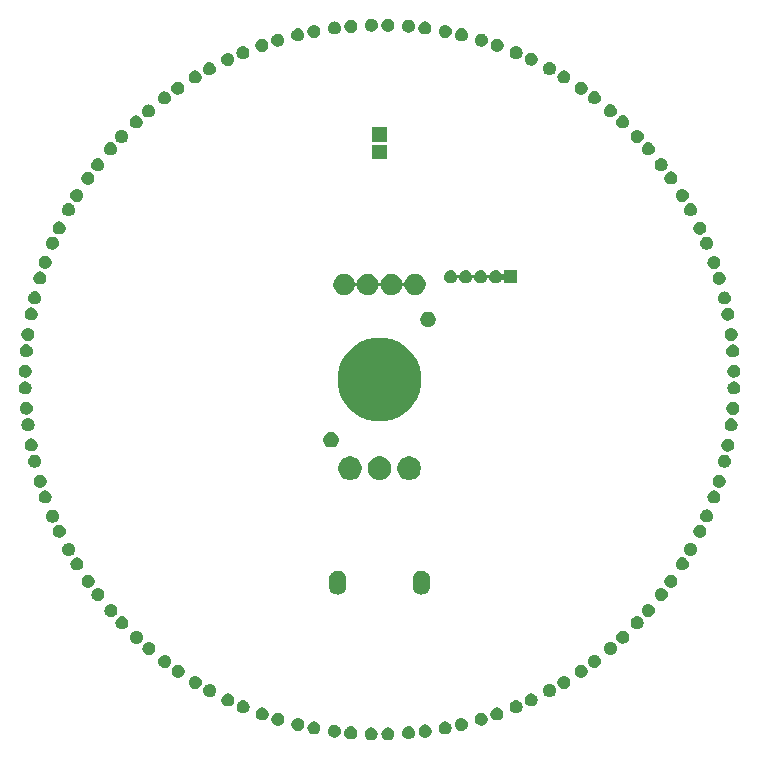
<source format=gts>
G04 #@! TF.GenerationSoftware,KiCad,Pcbnew,(5.1.5-0-10_14)*
G04 #@! TF.CreationDate,2021-02-01T23:30:03+09:00*
G04 #@! TF.ProjectId,LedClock,4c656443-6c6f-4636-9b2e-6b696361645f,1.1*
G04 #@! TF.SameCoordinates,Original*
G04 #@! TF.FileFunction,Soldermask,Top*
G04 #@! TF.FilePolarity,Negative*
%FSLAX46Y46*%
G04 Gerber Fmt 4.6, Leading zero omitted, Abs format (unit mm)*
G04 Created by KiCad (PCBNEW (5.1.5-0-10_14)) date 2021-02-01 23:30:03*
%MOMM*%
%LPD*%
G04 APERTURE LIST*
%ADD10C,0.100000*%
G04 APERTURE END LIST*
D10*
G36*
X860721Y-29470174D02*
G01*
X960995Y-29511709D01*
X960996Y-29511710D01*
X1051242Y-29572010D01*
X1127990Y-29648758D01*
X1130611Y-29652681D01*
X1188291Y-29739005D01*
X1229826Y-29839279D01*
X1251000Y-29945730D01*
X1251000Y-30054270D01*
X1229826Y-30160721D01*
X1188291Y-30260995D01*
X1167210Y-30292545D01*
X1127990Y-30351242D01*
X1051242Y-30427990D01*
X1034936Y-30438885D01*
X960995Y-30488291D01*
X860721Y-30529826D01*
X754270Y-30551000D01*
X645730Y-30551000D01*
X539279Y-30529826D01*
X439005Y-30488291D01*
X365064Y-30438885D01*
X348758Y-30427990D01*
X272010Y-30351242D01*
X232790Y-30292545D01*
X211709Y-30260995D01*
X170174Y-30160721D01*
X149000Y-30054270D01*
X149000Y-29945730D01*
X170174Y-29839279D01*
X211709Y-29739005D01*
X269389Y-29652681D01*
X272010Y-29648758D01*
X348758Y-29572010D01*
X439004Y-29511710D01*
X439005Y-29511709D01*
X539279Y-29470174D01*
X645730Y-29449000D01*
X754270Y-29449000D01*
X860721Y-29470174D01*
G37*
G36*
X-539279Y-29470174D02*
G01*
X-439005Y-29511709D01*
X-439004Y-29511710D01*
X-348758Y-29572010D01*
X-272010Y-29648758D01*
X-269389Y-29652681D01*
X-211709Y-29739005D01*
X-170174Y-29839279D01*
X-149000Y-29945730D01*
X-149000Y-30054270D01*
X-170174Y-30160721D01*
X-211709Y-30260995D01*
X-232790Y-30292545D01*
X-272010Y-30351242D01*
X-348758Y-30427990D01*
X-365064Y-30438885D01*
X-439005Y-30488291D01*
X-539279Y-30529826D01*
X-645730Y-30551000D01*
X-754270Y-30551000D01*
X-860721Y-30529826D01*
X-960995Y-30488291D01*
X-1034936Y-30438885D01*
X-1051242Y-30427990D01*
X-1127990Y-30351242D01*
X-1167210Y-30292545D01*
X-1188291Y-30260995D01*
X-1229826Y-30160721D01*
X-1251000Y-30054270D01*
X-1251000Y-29945730D01*
X-1229826Y-29839279D01*
X-1188291Y-29739005D01*
X-1130611Y-29652681D01*
X-1127990Y-29648758D01*
X-1051242Y-29572010D01*
X-960996Y-29511710D01*
X-960995Y-29511709D01*
X-860721Y-29470174D01*
X-754270Y-29449000D01*
X-645730Y-29449000D01*
X-539279Y-29470174D01*
G37*
G36*
X-2274513Y-29379234D02*
G01*
X-2174239Y-29420769D01*
X-2129422Y-29450715D01*
X-2083992Y-29481070D01*
X-2007244Y-29557818D01*
X-1978913Y-29600219D01*
X-1946943Y-29648065D01*
X-1905408Y-29748339D01*
X-1884234Y-29854790D01*
X-1884234Y-29963330D01*
X-1905408Y-30069781D01*
X-1946943Y-30170055D01*
X-1946944Y-30170056D01*
X-2007244Y-30260302D01*
X-2083992Y-30337050D01*
X-2105229Y-30351240D01*
X-2174239Y-30397351D01*
X-2274513Y-30438886D01*
X-2380964Y-30460060D01*
X-2489504Y-30460060D01*
X-2595955Y-30438886D01*
X-2696229Y-30397351D01*
X-2765239Y-30351240D01*
X-2786476Y-30337050D01*
X-2863224Y-30260302D01*
X-2923524Y-30170056D01*
X-2923525Y-30170055D01*
X-2965060Y-30069781D01*
X-2986234Y-29963330D01*
X-2986234Y-29854790D01*
X-2965060Y-29748339D01*
X-2923525Y-29648065D01*
X-2891555Y-29600219D01*
X-2863224Y-29557818D01*
X-2786476Y-29481070D01*
X-2741046Y-29450715D01*
X-2696229Y-29420769D01*
X-2595955Y-29379234D01*
X-2489504Y-29358060D01*
X-2380964Y-29358060D01*
X-2274513Y-29379234D01*
G37*
G36*
X2623156Y-29377454D02*
G01*
X2723430Y-29418989D01*
X2751418Y-29437690D01*
X2813677Y-29479290D01*
X2890425Y-29556038D01*
X2901096Y-29572009D01*
X2950726Y-29646285D01*
X2992261Y-29746559D01*
X3013435Y-29853010D01*
X3013435Y-29961550D01*
X2992261Y-30068001D01*
X2950726Y-30168275D01*
X2949536Y-30170056D01*
X2890425Y-30258522D01*
X2813677Y-30335270D01*
X2789776Y-30351240D01*
X2723430Y-30395571D01*
X2623156Y-30437106D01*
X2516705Y-30458280D01*
X2408165Y-30458280D01*
X2301714Y-30437106D01*
X2201440Y-30395571D01*
X2135094Y-30351240D01*
X2111193Y-30335270D01*
X2034445Y-30258522D01*
X1975334Y-30170056D01*
X1974144Y-30168275D01*
X1932609Y-30068001D01*
X1911435Y-29961550D01*
X1911435Y-29853010D01*
X1932609Y-29746559D01*
X1974144Y-29646285D01*
X2023774Y-29572009D01*
X2034445Y-29556038D01*
X2111193Y-29479290D01*
X2173452Y-29437690D01*
X2201440Y-29418989D01*
X2301714Y-29377454D01*
X2408165Y-29356280D01*
X2516705Y-29356280D01*
X2623156Y-29377454D01*
G37*
G36*
X-3666844Y-29232894D02*
G01*
X-3566570Y-29274429D01*
X-3525075Y-29302155D01*
X-3476323Y-29334730D01*
X-3399575Y-29411478D01*
X-3383960Y-29434848D01*
X-3339274Y-29501725D01*
X-3297739Y-29601999D01*
X-3276565Y-29708450D01*
X-3276565Y-29816990D01*
X-3297739Y-29923441D01*
X-3339274Y-30023715D01*
X-3339275Y-30023716D01*
X-3399575Y-30113962D01*
X-3476323Y-30190710D01*
X-3521753Y-30221065D01*
X-3566570Y-30251011D01*
X-3666844Y-30292546D01*
X-3773295Y-30313720D01*
X-3881835Y-30313720D01*
X-3988286Y-30292546D01*
X-4088560Y-30251011D01*
X-4133377Y-30221065D01*
X-4178807Y-30190710D01*
X-4255555Y-30113962D01*
X-4315855Y-30023716D01*
X-4315856Y-30023715D01*
X-4357391Y-29923441D01*
X-4378565Y-29816990D01*
X-4378565Y-29708450D01*
X-4357391Y-29601999D01*
X-4315856Y-29501725D01*
X-4271170Y-29434848D01*
X-4255555Y-29411478D01*
X-4178807Y-29334730D01*
X-4130055Y-29302155D01*
X-4088560Y-29274429D01*
X-3988286Y-29232894D01*
X-3881835Y-29211720D01*
X-3773295Y-29211720D01*
X-3666844Y-29232894D01*
G37*
G36*
X4015487Y-29231114D02*
G01*
X4115761Y-29272649D01*
X4159920Y-29302155D01*
X4206008Y-29332950D01*
X4282756Y-29409698D01*
X4301460Y-29437691D01*
X4343057Y-29499945D01*
X4384592Y-29600219D01*
X4405766Y-29706670D01*
X4405766Y-29815210D01*
X4384592Y-29921661D01*
X4343057Y-30021935D01*
X4341867Y-30023716D01*
X4282756Y-30112182D01*
X4206008Y-30188930D01*
X4160578Y-30219285D01*
X4115761Y-30249231D01*
X4015487Y-30290766D01*
X3909036Y-30311940D01*
X3800496Y-30311940D01*
X3694045Y-30290766D01*
X3593771Y-30249231D01*
X3548954Y-30219285D01*
X3503524Y-30188930D01*
X3426776Y-30112182D01*
X3367665Y-30023716D01*
X3366475Y-30021935D01*
X3324940Y-29921661D01*
X3303766Y-29815210D01*
X3303766Y-29706670D01*
X3324940Y-29600219D01*
X3366475Y-29499945D01*
X3408072Y-29437691D01*
X3426776Y-29409698D01*
X3503524Y-29332950D01*
X3549612Y-29302155D01*
X3593771Y-29272649D01*
X3694045Y-29231114D01*
X3800496Y-29209940D01*
X3909036Y-29209940D01*
X4015487Y-29231114D01*
G37*
G36*
X5720326Y-28962134D02*
G01*
X5820600Y-29003669D01*
X5833764Y-29012465D01*
X5910847Y-29063970D01*
X5987595Y-29140718D01*
X6013271Y-29179145D01*
X6047896Y-29230965D01*
X6089431Y-29331239D01*
X6110605Y-29437690D01*
X6110605Y-29546230D01*
X6089431Y-29652681D01*
X6047896Y-29752955D01*
X6047895Y-29752956D01*
X5987595Y-29843202D01*
X5910847Y-29919950D01*
X5908286Y-29921661D01*
X5820600Y-29980251D01*
X5720326Y-30021786D01*
X5613875Y-30042960D01*
X5505335Y-30042960D01*
X5398884Y-30021786D01*
X5298610Y-29980251D01*
X5210924Y-29921661D01*
X5208363Y-29919950D01*
X5131615Y-29843202D01*
X5071315Y-29752956D01*
X5071314Y-29752955D01*
X5029779Y-29652681D01*
X5008605Y-29546230D01*
X5008605Y-29437690D01*
X5029779Y-29331239D01*
X5071314Y-29230965D01*
X5105939Y-29179145D01*
X5131615Y-29140718D01*
X5208363Y-29063970D01*
X5285446Y-29012465D01*
X5298610Y-29003669D01*
X5398884Y-28962134D01*
X5505335Y-28940960D01*
X5613875Y-28940960D01*
X5720326Y-28962134D01*
G37*
G36*
X-5390267Y-28959291D02*
G01*
X-5289993Y-29000826D01*
X-5273044Y-29012151D01*
X-5199746Y-29061127D01*
X-5122998Y-29137875D01*
X-5095422Y-29179146D01*
X-5062697Y-29228122D01*
X-5021162Y-29328396D01*
X-4999988Y-29434847D01*
X-4999988Y-29543387D01*
X-5021162Y-29649838D01*
X-5062697Y-29750112D01*
X-5092643Y-29794929D01*
X-5122998Y-29840359D01*
X-5199746Y-29917107D01*
X-5206562Y-29921661D01*
X-5289993Y-29977408D01*
X-5390267Y-30018943D01*
X-5496718Y-30040117D01*
X-5605258Y-30040117D01*
X-5711709Y-30018943D01*
X-5811983Y-29977408D01*
X-5895414Y-29921661D01*
X-5902230Y-29917107D01*
X-5978978Y-29840359D01*
X-6009333Y-29794929D01*
X-6039279Y-29750112D01*
X-6080814Y-29649838D01*
X-6101988Y-29543387D01*
X-6101988Y-29434847D01*
X-6080814Y-29328396D01*
X-6039279Y-29228122D01*
X-6006554Y-29179146D01*
X-5978978Y-29137875D01*
X-5902230Y-29061127D01*
X-5828932Y-29012151D01*
X-5811983Y-29000826D01*
X-5711709Y-28959291D01*
X-5605258Y-28938117D01*
X-5496718Y-28938117D01*
X-5390267Y-28959291D01*
G37*
G36*
X7089733Y-28671057D02*
G01*
X7190007Y-28712592D01*
X7190008Y-28712593D01*
X7280254Y-28772893D01*
X7357002Y-28849641D01*
X7357003Y-28849643D01*
X7417303Y-28939888D01*
X7458838Y-29040162D01*
X7480012Y-29146613D01*
X7480012Y-29255153D01*
X7458838Y-29361604D01*
X7417303Y-29461878D01*
X7404480Y-29481069D01*
X7357002Y-29552125D01*
X7280254Y-29628873D01*
X7234824Y-29659228D01*
X7190007Y-29689174D01*
X7089733Y-29730709D01*
X6983282Y-29751883D01*
X6874742Y-29751883D01*
X6768291Y-29730709D01*
X6668017Y-29689174D01*
X6623200Y-29659228D01*
X6577770Y-29628873D01*
X6501022Y-29552125D01*
X6453544Y-29481069D01*
X6440721Y-29461878D01*
X6399186Y-29361604D01*
X6378012Y-29255153D01*
X6378012Y-29146613D01*
X6399186Y-29040162D01*
X6440721Y-28939888D01*
X6501021Y-28849643D01*
X6501022Y-28849641D01*
X6577770Y-28772893D01*
X6668016Y-28712593D01*
X6668017Y-28712592D01*
X6768291Y-28671057D01*
X6874742Y-28649883D01*
X6983282Y-28649883D01*
X7089733Y-28671057D01*
G37*
G36*
X-6759674Y-28668214D02*
G01*
X-6659400Y-28709749D01*
X-6655144Y-28712593D01*
X-6569153Y-28770050D01*
X-6492405Y-28846798D01*
X-6477006Y-28869845D01*
X-6432104Y-28937045D01*
X-6390569Y-29037319D01*
X-6369395Y-29143770D01*
X-6369395Y-29252310D01*
X-6390569Y-29358761D01*
X-6432104Y-29459035D01*
X-6459439Y-29499944D01*
X-6492405Y-29549282D01*
X-6569153Y-29626030D01*
X-6609039Y-29652681D01*
X-6659400Y-29686331D01*
X-6759674Y-29727866D01*
X-6866125Y-29749040D01*
X-6974665Y-29749040D01*
X-7081116Y-29727866D01*
X-7181390Y-29686331D01*
X-7231751Y-29652681D01*
X-7271637Y-29626030D01*
X-7348385Y-29549282D01*
X-7381351Y-29499944D01*
X-7408686Y-29459035D01*
X-7450221Y-29358761D01*
X-7471395Y-29252310D01*
X-7471395Y-29143770D01*
X-7450221Y-29037319D01*
X-7408686Y-28937045D01*
X-7363784Y-28869845D01*
X-7348385Y-28846798D01*
X-7271637Y-28770050D01*
X-7185646Y-28712593D01*
X-7181390Y-28709749D01*
X-7081116Y-28668214D01*
X-6974665Y-28647040D01*
X-6866125Y-28647040D01*
X-6759674Y-28668214D01*
G37*
G36*
X8771823Y-28221643D02*
G01*
X8872097Y-28263178D01*
X8874189Y-28264576D01*
X8962344Y-28323479D01*
X9039092Y-28400227D01*
X9039093Y-28400229D01*
X9099393Y-28490474D01*
X9140928Y-28590748D01*
X9162102Y-28697199D01*
X9162102Y-28805739D01*
X9140928Y-28912190D01*
X9099393Y-29012464D01*
X9099392Y-29012465D01*
X9039092Y-29102711D01*
X8962344Y-29179459D01*
X8916914Y-29209814D01*
X8872097Y-29239760D01*
X8771823Y-29281295D01*
X8665372Y-29302469D01*
X8556832Y-29302469D01*
X8450381Y-29281295D01*
X8350107Y-29239760D01*
X8305290Y-29209814D01*
X8259860Y-29179459D01*
X8183112Y-29102711D01*
X8122812Y-29012465D01*
X8122811Y-29012464D01*
X8081276Y-28912190D01*
X8060102Y-28805739D01*
X8060102Y-28697199D01*
X8081276Y-28590748D01*
X8122811Y-28490474D01*
X8183111Y-28400229D01*
X8183112Y-28400227D01*
X8259860Y-28323479D01*
X8348015Y-28264576D01*
X8350107Y-28263178D01*
X8450381Y-28221643D01*
X8556832Y-28200469D01*
X8665372Y-28200469D01*
X8771823Y-28221643D01*
G37*
G36*
X-8436698Y-28221329D02*
G01*
X-8336424Y-28262864D01*
X-8333862Y-28264576D01*
X-8246177Y-28323165D01*
X-8169429Y-28399913D01*
X-8169218Y-28400229D01*
X-8109128Y-28490160D01*
X-8067593Y-28590434D01*
X-8046419Y-28696885D01*
X-8046419Y-28805425D01*
X-8067593Y-28911876D01*
X-8109128Y-29012150D01*
X-8127845Y-29040162D01*
X-8169429Y-29102397D01*
X-8246177Y-29179145D01*
X-8291607Y-29209500D01*
X-8336424Y-29239446D01*
X-8436698Y-29280981D01*
X-8543149Y-29302155D01*
X-8651689Y-29302155D01*
X-8758140Y-29280981D01*
X-8858414Y-29239446D01*
X-8903231Y-29209500D01*
X-8948661Y-29179145D01*
X-9025409Y-29102397D01*
X-9066993Y-29040162D01*
X-9085710Y-29012150D01*
X-9127245Y-28911876D01*
X-9148419Y-28805425D01*
X-9148419Y-28696885D01*
X-9127245Y-28590434D01*
X-9085710Y-28490160D01*
X-9025620Y-28400229D01*
X-9025409Y-28399913D01*
X-8948661Y-28323165D01*
X-8860976Y-28264576D01*
X-8858414Y-28262864D01*
X-8758140Y-28221329D01*
X-8651689Y-28200155D01*
X-8543149Y-28200155D01*
X-8436698Y-28221329D01*
G37*
G36*
X10103302Y-27789019D02*
G01*
X10203576Y-27830554D01*
X10203577Y-27830555D01*
X10293823Y-27890855D01*
X10370571Y-27967603D01*
X10370572Y-27967605D01*
X10430872Y-28057850D01*
X10472407Y-28158124D01*
X10493581Y-28264575D01*
X10493581Y-28373115D01*
X10472407Y-28479566D01*
X10430872Y-28579840D01*
X10430871Y-28579841D01*
X10370571Y-28670087D01*
X10293823Y-28746835D01*
X10259079Y-28770050D01*
X10203576Y-28807136D01*
X10103302Y-28848671D01*
X9996851Y-28869845D01*
X9888311Y-28869845D01*
X9781860Y-28848671D01*
X9681586Y-28807136D01*
X9626083Y-28770050D01*
X9591339Y-28746835D01*
X9514591Y-28670087D01*
X9454291Y-28579841D01*
X9454290Y-28579840D01*
X9412755Y-28479566D01*
X9391581Y-28373115D01*
X9391581Y-28264575D01*
X9412755Y-28158124D01*
X9454290Y-28057850D01*
X9514590Y-27967605D01*
X9514591Y-27967603D01*
X9591339Y-27890855D01*
X9681585Y-27830555D01*
X9681586Y-27830554D01*
X9781860Y-27789019D01*
X9888311Y-27767845D01*
X9996851Y-27767845D01*
X10103302Y-27789019D01*
G37*
G36*
X-9768177Y-27788705D02*
G01*
X-9667903Y-27830240D01*
X-9623086Y-27860186D01*
X-9577656Y-27890541D01*
X-9500908Y-27967289D01*
X-9500697Y-27967605D01*
X-9440607Y-28057536D01*
X-9399072Y-28157810D01*
X-9377898Y-28264261D01*
X-9377898Y-28372801D01*
X-9399072Y-28479252D01*
X-9440607Y-28579526D01*
X-9470553Y-28624343D01*
X-9500908Y-28669773D01*
X-9577656Y-28746521D01*
X-9612870Y-28770050D01*
X-9667903Y-28806822D01*
X-9768177Y-28848357D01*
X-9874628Y-28869531D01*
X-9983168Y-28869531D01*
X-10089619Y-28848357D01*
X-10189893Y-28806822D01*
X-10244926Y-28770050D01*
X-10280140Y-28746521D01*
X-10356888Y-28669773D01*
X-10387243Y-28624343D01*
X-10417189Y-28579526D01*
X-10458724Y-28479252D01*
X-10479898Y-28372801D01*
X-10479898Y-28264261D01*
X-10458724Y-28157810D01*
X-10417189Y-28057536D01*
X-10357099Y-27967605D01*
X-10356888Y-27967289D01*
X-10280140Y-27890541D01*
X-10234710Y-27860186D01*
X-10189893Y-27830240D01*
X-10089619Y-27788705D01*
X-9983168Y-27767531D01*
X-9874628Y-27767531D01*
X-9768177Y-27788705D01*
G37*
G36*
X-11394064Y-27166313D02*
G01*
X-11293790Y-27207848D01*
X-11293789Y-27207849D01*
X-11203543Y-27268149D01*
X-11126795Y-27344897D01*
X-11096440Y-27390327D01*
X-11066494Y-27435144D01*
X-11024959Y-27535418D01*
X-11003785Y-27641869D01*
X-11003785Y-27750409D01*
X-11024959Y-27856860D01*
X-11066494Y-27957134D01*
X-11073281Y-27967291D01*
X-11126795Y-28047381D01*
X-11203543Y-28124129D01*
X-11248973Y-28154484D01*
X-11293790Y-28184430D01*
X-11394064Y-28225965D01*
X-11500515Y-28247139D01*
X-11609055Y-28247139D01*
X-11715506Y-28225965D01*
X-11815780Y-28184430D01*
X-11860597Y-28154484D01*
X-11906027Y-28124129D01*
X-11982775Y-28047381D01*
X-12036289Y-27967291D01*
X-12043076Y-27957134D01*
X-12084611Y-27856860D01*
X-12105785Y-27750409D01*
X-12105785Y-27641869D01*
X-12084611Y-27535418D01*
X-12043076Y-27435144D01*
X-12013130Y-27390327D01*
X-11982775Y-27344897D01*
X-11906027Y-27268149D01*
X-11815781Y-27207849D01*
X-11815780Y-27207848D01*
X-11715506Y-27166313D01*
X-11609055Y-27145139D01*
X-11500515Y-27145139D01*
X-11394064Y-27166313D01*
G37*
G36*
X11726973Y-27163466D02*
G01*
X11827247Y-27205001D01*
X11831509Y-27207849D01*
X11917494Y-27265302D01*
X11994242Y-27342050D01*
X12024597Y-27387480D01*
X12054543Y-27432297D01*
X12096078Y-27532571D01*
X12117252Y-27639022D01*
X12117252Y-27747562D01*
X12096078Y-27854013D01*
X12054543Y-27954287D01*
X12045644Y-27967605D01*
X11994242Y-28044534D01*
X11917494Y-28121282D01*
X11872064Y-28151637D01*
X11827247Y-28181583D01*
X11726973Y-28223118D01*
X11620522Y-28244292D01*
X11511982Y-28244292D01*
X11405531Y-28223118D01*
X11305257Y-28181583D01*
X11260440Y-28151637D01*
X11215010Y-28121282D01*
X11138262Y-28044534D01*
X11086860Y-27967605D01*
X11077961Y-27954287D01*
X11036426Y-27854013D01*
X11015252Y-27747562D01*
X11015252Y-27639022D01*
X11036426Y-27532571D01*
X11077961Y-27432297D01*
X11107907Y-27387480D01*
X11138262Y-27342050D01*
X11215010Y-27265302D01*
X11300995Y-27207849D01*
X11305257Y-27205001D01*
X11405531Y-27163466D01*
X11511982Y-27142292D01*
X11620522Y-27142292D01*
X11726973Y-27163466D01*
G37*
G36*
X-12673027Y-26596882D02*
G01*
X-12572753Y-26638417D01*
X-12572752Y-26638418D01*
X-12482506Y-26698718D01*
X-12405758Y-26775466D01*
X-12405757Y-26775468D01*
X-12345457Y-26865713D01*
X-12303922Y-26965987D01*
X-12282748Y-27072438D01*
X-12282748Y-27180978D01*
X-12303922Y-27287429D01*
X-12345457Y-27387703D01*
X-12345458Y-27387704D01*
X-12405758Y-27477950D01*
X-12482506Y-27554698D01*
X-12527936Y-27585053D01*
X-12572753Y-27614999D01*
X-12673027Y-27656534D01*
X-12779478Y-27677708D01*
X-12888018Y-27677708D01*
X-12994469Y-27656534D01*
X-13094743Y-27614999D01*
X-13139560Y-27585053D01*
X-13184990Y-27554698D01*
X-13261738Y-27477950D01*
X-13322038Y-27387704D01*
X-13322039Y-27387703D01*
X-13363574Y-27287429D01*
X-13384748Y-27180978D01*
X-13384748Y-27072438D01*
X-13363574Y-26965987D01*
X-13322039Y-26865713D01*
X-13261739Y-26775468D01*
X-13261738Y-26775466D01*
X-13184990Y-26698718D01*
X-13094744Y-26638418D01*
X-13094743Y-26638417D01*
X-12994469Y-26596882D01*
X-12888018Y-26575708D01*
X-12779478Y-26575708D01*
X-12673027Y-26596882D01*
G37*
G36*
X13005936Y-26594035D02*
G01*
X13106210Y-26635570D01*
X13110472Y-26638418D01*
X13196457Y-26695871D01*
X13273205Y-26772619D01*
X13303560Y-26818049D01*
X13333506Y-26862866D01*
X13375041Y-26963140D01*
X13396215Y-27069591D01*
X13396215Y-27178131D01*
X13375041Y-27284582D01*
X13333506Y-27384856D01*
X13331603Y-27387704D01*
X13273205Y-27475103D01*
X13196457Y-27551851D01*
X13151027Y-27582206D01*
X13106210Y-27612152D01*
X13005936Y-27653687D01*
X12899485Y-27674861D01*
X12790945Y-27674861D01*
X12684494Y-27653687D01*
X12584220Y-27612152D01*
X12539403Y-27582206D01*
X12493973Y-27551851D01*
X12417225Y-27475103D01*
X12358827Y-27387704D01*
X12356924Y-27384856D01*
X12315389Y-27284582D01*
X12294215Y-27178131D01*
X12294215Y-27069591D01*
X12315389Y-26963140D01*
X12356924Y-26862866D01*
X12386870Y-26818049D01*
X12417225Y-26772619D01*
X12493973Y-26695871D01*
X12579958Y-26638418D01*
X12584220Y-26635570D01*
X12684494Y-26594035D01*
X12790945Y-26572861D01*
X12899485Y-26572861D01*
X13005936Y-26594035D01*
G37*
G36*
X-14222721Y-25805174D02*
G01*
X-14122447Y-25846709D01*
X-14122446Y-25846710D01*
X-14032200Y-25907010D01*
X-13955452Y-25983758D01*
X-13925097Y-26029188D01*
X-13895151Y-26074005D01*
X-13853616Y-26174279D01*
X-13832442Y-26280730D01*
X-13832442Y-26389270D01*
X-13853616Y-26495721D01*
X-13895151Y-26595995D01*
X-13921594Y-26635570D01*
X-13955452Y-26686242D01*
X-14032200Y-26762990D01*
X-14046611Y-26772619D01*
X-14122447Y-26823291D01*
X-14222721Y-26864826D01*
X-14329172Y-26886000D01*
X-14437712Y-26886000D01*
X-14544163Y-26864826D01*
X-14644437Y-26823291D01*
X-14720273Y-26772619D01*
X-14734684Y-26762990D01*
X-14811432Y-26686242D01*
X-14845290Y-26635570D01*
X-14871733Y-26595995D01*
X-14913268Y-26495721D01*
X-14934442Y-26389270D01*
X-14934442Y-26280730D01*
X-14913268Y-26174279D01*
X-14871733Y-26074005D01*
X-14841787Y-26029188D01*
X-14811432Y-25983758D01*
X-14734684Y-25907010D01*
X-14644438Y-25846710D01*
X-14644437Y-25846709D01*
X-14544163Y-25805174D01*
X-14437712Y-25784000D01*
X-14329172Y-25784000D01*
X-14222721Y-25805174D01*
G37*
G36*
X14554843Y-25805174D02*
G01*
X14655117Y-25846709D01*
X14655118Y-25846710D01*
X14745364Y-25907010D01*
X14822112Y-25983758D01*
X14852467Y-26029188D01*
X14882413Y-26074005D01*
X14923948Y-26174279D01*
X14945122Y-26280730D01*
X14945122Y-26389270D01*
X14923948Y-26495721D01*
X14882413Y-26595995D01*
X14855970Y-26635570D01*
X14822112Y-26686242D01*
X14745364Y-26762990D01*
X14730953Y-26772619D01*
X14655117Y-26823291D01*
X14554843Y-26864826D01*
X14448392Y-26886000D01*
X14339852Y-26886000D01*
X14233401Y-26864826D01*
X14133127Y-26823291D01*
X14057291Y-26772619D01*
X14042880Y-26762990D01*
X13966132Y-26686242D01*
X13932274Y-26635570D01*
X13905831Y-26595995D01*
X13864296Y-26495721D01*
X13843122Y-26389270D01*
X13843122Y-26280730D01*
X13864296Y-26174279D01*
X13905831Y-26074005D01*
X13935777Y-26029188D01*
X13966132Y-25983758D01*
X14042880Y-25907010D01*
X14133126Y-25846710D01*
X14133127Y-25846709D01*
X14233401Y-25805174D01*
X14339852Y-25784000D01*
X14448392Y-25784000D01*
X14554843Y-25805174D01*
G37*
G36*
X15767279Y-25105174D02*
G01*
X15867553Y-25146709D01*
X15867554Y-25146710D01*
X15957800Y-25207010D01*
X16034548Y-25283758D01*
X16034549Y-25283760D01*
X16094849Y-25374005D01*
X16136384Y-25474279D01*
X16157558Y-25580730D01*
X16157558Y-25689270D01*
X16136384Y-25795721D01*
X16094849Y-25895995D01*
X16087489Y-25907010D01*
X16034548Y-25986242D01*
X15957800Y-26062990D01*
X15912370Y-26093345D01*
X15867553Y-26123291D01*
X15767279Y-26164826D01*
X15660828Y-26186000D01*
X15552288Y-26186000D01*
X15445837Y-26164826D01*
X15345563Y-26123291D01*
X15300746Y-26093345D01*
X15255316Y-26062990D01*
X15178568Y-25986242D01*
X15125627Y-25907010D01*
X15118267Y-25895995D01*
X15076732Y-25795721D01*
X15055558Y-25689270D01*
X15055558Y-25580730D01*
X15076732Y-25474279D01*
X15118267Y-25374005D01*
X15178567Y-25283760D01*
X15178568Y-25283758D01*
X15255316Y-25207010D01*
X15345562Y-25146710D01*
X15345563Y-25146709D01*
X15445837Y-25105174D01*
X15552288Y-25084000D01*
X15660828Y-25084000D01*
X15767279Y-25105174D01*
G37*
G36*
X-15435157Y-25105174D02*
G01*
X-15334883Y-25146709D01*
X-15334882Y-25146710D01*
X-15244636Y-25207010D01*
X-15167888Y-25283758D01*
X-15167887Y-25283760D01*
X-15107587Y-25374005D01*
X-15066052Y-25474279D01*
X-15044878Y-25580730D01*
X-15044878Y-25689270D01*
X-15066052Y-25795721D01*
X-15107587Y-25895995D01*
X-15114947Y-25907010D01*
X-15167888Y-25986242D01*
X-15244636Y-26062990D01*
X-15290066Y-26093345D01*
X-15334883Y-26123291D01*
X-15435157Y-26164826D01*
X-15541608Y-26186000D01*
X-15650148Y-26186000D01*
X-15756599Y-26164826D01*
X-15856873Y-26123291D01*
X-15901690Y-26093345D01*
X-15947120Y-26062990D01*
X-16023868Y-25986242D01*
X-16076809Y-25907010D01*
X-16084169Y-25895995D01*
X-16125704Y-25795721D01*
X-16146878Y-25689270D01*
X-16146878Y-25580730D01*
X-16125704Y-25474279D01*
X-16084169Y-25374005D01*
X-16023869Y-25283760D01*
X-16023868Y-25283758D01*
X-15947120Y-25207010D01*
X-15856874Y-25146710D01*
X-15856873Y-25146709D01*
X-15756599Y-25105174D01*
X-15650148Y-25084000D01*
X-15541608Y-25084000D01*
X-15435157Y-25105174D01*
G37*
G36*
X-16893124Y-24158801D02*
G01*
X-16792850Y-24200336D01*
X-16767960Y-24216967D01*
X-16702603Y-24260637D01*
X-16625855Y-24337385D01*
X-16614742Y-24354017D01*
X-16565554Y-24427632D01*
X-16524019Y-24527906D01*
X-16502845Y-24634357D01*
X-16502845Y-24742897D01*
X-16524019Y-24849348D01*
X-16565554Y-24949622D01*
X-16565555Y-24949623D01*
X-16625855Y-25039869D01*
X-16702603Y-25116617D01*
X-16747639Y-25146709D01*
X-16792850Y-25176918D01*
X-16893124Y-25218453D01*
X-16999575Y-25239627D01*
X-17108115Y-25239627D01*
X-17214566Y-25218453D01*
X-17314840Y-25176918D01*
X-17360051Y-25146709D01*
X-17405087Y-25116617D01*
X-17481835Y-25039869D01*
X-17542135Y-24949623D01*
X-17542136Y-24949622D01*
X-17583671Y-24849348D01*
X-17604845Y-24742897D01*
X-17604845Y-24634357D01*
X-17583671Y-24527906D01*
X-17542136Y-24427632D01*
X-17492948Y-24354017D01*
X-17481835Y-24337385D01*
X-17405087Y-24260637D01*
X-17339730Y-24216967D01*
X-17314840Y-24200336D01*
X-17214566Y-24158801D01*
X-17108115Y-24137627D01*
X-16999575Y-24137627D01*
X-16893124Y-24158801D01*
G37*
G36*
X17224252Y-24154447D02*
G01*
X17324526Y-24195982D01*
X17349416Y-24212613D01*
X17414773Y-24256283D01*
X17491521Y-24333031D01*
X17502634Y-24349663D01*
X17551822Y-24423278D01*
X17593357Y-24523552D01*
X17614531Y-24630003D01*
X17614531Y-24738543D01*
X17593357Y-24844994D01*
X17551822Y-24945268D01*
X17548912Y-24949623D01*
X17491521Y-25035515D01*
X17414773Y-25112263D01*
X17408255Y-25116618D01*
X17324526Y-25172564D01*
X17224252Y-25214099D01*
X17117801Y-25235273D01*
X17009261Y-25235273D01*
X16902810Y-25214099D01*
X16802536Y-25172564D01*
X16718807Y-25116618D01*
X16712289Y-25112263D01*
X16635541Y-25035515D01*
X16578150Y-24949623D01*
X16575240Y-24945268D01*
X16533705Y-24844994D01*
X16512531Y-24738543D01*
X16512531Y-24630003D01*
X16533705Y-24523552D01*
X16575240Y-24423278D01*
X16624428Y-24349663D01*
X16635541Y-24333031D01*
X16712289Y-24256283D01*
X16777646Y-24212613D01*
X16802536Y-24195982D01*
X16902810Y-24154447D01*
X17009261Y-24133273D01*
X17117801Y-24133273D01*
X17224252Y-24154447D01*
G37*
G36*
X-18025748Y-23335901D02*
G01*
X-17925474Y-23377436D01*
X-17925473Y-23377437D01*
X-17835227Y-23437737D01*
X-17758479Y-23514485D01*
X-17758478Y-23514487D01*
X-17698178Y-23604732D01*
X-17656643Y-23705006D01*
X-17635469Y-23811457D01*
X-17635469Y-23919997D01*
X-17656643Y-24026448D01*
X-17698178Y-24126722D01*
X-17705465Y-24137627D01*
X-17758479Y-24216969D01*
X-17835227Y-24293717D01*
X-17880657Y-24324072D01*
X-17925474Y-24354018D01*
X-18025748Y-24395553D01*
X-18132199Y-24416727D01*
X-18240739Y-24416727D01*
X-18347190Y-24395553D01*
X-18447464Y-24354018D01*
X-18492281Y-24324072D01*
X-18537711Y-24293717D01*
X-18614459Y-24216969D01*
X-18667473Y-24137627D01*
X-18674760Y-24126722D01*
X-18716295Y-24026448D01*
X-18737469Y-23919997D01*
X-18737469Y-23811457D01*
X-18716295Y-23705006D01*
X-18674760Y-23604732D01*
X-18614460Y-23514487D01*
X-18614459Y-23514485D01*
X-18537711Y-23437737D01*
X-18447465Y-23377437D01*
X-18447464Y-23377436D01*
X-18347190Y-23335901D01*
X-18240739Y-23314727D01*
X-18132199Y-23314727D01*
X-18025748Y-23335901D01*
G37*
G36*
X18356876Y-23331547D02*
G01*
X18457150Y-23373082D01*
X18501967Y-23403028D01*
X18547397Y-23433383D01*
X18624145Y-23510131D01*
X18654500Y-23555561D01*
X18684446Y-23600378D01*
X18725981Y-23700652D01*
X18747155Y-23807103D01*
X18747155Y-23915643D01*
X18725981Y-24022094D01*
X18684446Y-24122368D01*
X18681536Y-24126723D01*
X18624145Y-24212615D01*
X18547397Y-24289363D01*
X18540879Y-24293718D01*
X18457150Y-24349664D01*
X18356876Y-24391199D01*
X18250425Y-24412373D01*
X18141885Y-24412373D01*
X18035434Y-24391199D01*
X17935160Y-24349664D01*
X17851431Y-24293718D01*
X17844913Y-24289363D01*
X17768165Y-24212615D01*
X17710774Y-24126723D01*
X17707864Y-24122368D01*
X17666329Y-24022094D01*
X17645155Y-23915643D01*
X17645155Y-23807103D01*
X17666329Y-23700652D01*
X17707864Y-23600378D01*
X17737810Y-23555561D01*
X17768165Y-23510131D01*
X17844913Y-23433383D01*
X17890343Y-23403028D01*
X17935160Y-23373082D01*
X18035434Y-23331547D01*
X18141885Y-23310373D01*
X18250425Y-23310373D01*
X18356876Y-23331547D01*
G37*
G36*
X-19375815Y-22238030D02*
G01*
X-19275541Y-22279565D01*
X-19275540Y-22279566D01*
X-19185294Y-22339866D01*
X-19108546Y-22416614D01*
X-19108545Y-22416616D01*
X-19048245Y-22506861D01*
X-19006710Y-22607135D01*
X-18985536Y-22713586D01*
X-18985536Y-22822126D01*
X-19006710Y-22928577D01*
X-19048245Y-23028851D01*
X-19048246Y-23028852D01*
X-19108546Y-23119098D01*
X-19185294Y-23195846D01*
X-19230724Y-23226201D01*
X-19275541Y-23256147D01*
X-19375815Y-23297682D01*
X-19482266Y-23318856D01*
X-19590806Y-23318856D01*
X-19697257Y-23297682D01*
X-19797531Y-23256147D01*
X-19842348Y-23226201D01*
X-19887778Y-23195846D01*
X-19964526Y-23119098D01*
X-20024826Y-23028852D01*
X-20024827Y-23028851D01*
X-20066362Y-22928577D01*
X-20087536Y-22822126D01*
X-20087536Y-22713586D01*
X-20066362Y-22607135D01*
X-20024827Y-22506861D01*
X-19964527Y-22416616D01*
X-19964526Y-22416614D01*
X-19887778Y-22339866D01*
X-19797532Y-22279566D01*
X-19797531Y-22279565D01*
X-19697257Y-22238030D01*
X-19590806Y-22216856D01*
X-19482266Y-22216856D01*
X-19375815Y-22238030D01*
G37*
G36*
X19713782Y-22229100D02*
G01*
X19814056Y-22270635D01*
X19827422Y-22279566D01*
X19904303Y-22330936D01*
X19981051Y-22407684D01*
X19981052Y-22407686D01*
X20041352Y-22497931D01*
X20082887Y-22598205D01*
X20104061Y-22704656D01*
X20104061Y-22813196D01*
X20082887Y-22919647D01*
X20041352Y-23019921D01*
X20041351Y-23019922D01*
X19981051Y-23110168D01*
X19904303Y-23186916D01*
X19858873Y-23217271D01*
X19814056Y-23247217D01*
X19713782Y-23288752D01*
X19607331Y-23309926D01*
X19498791Y-23309926D01*
X19392340Y-23288752D01*
X19292066Y-23247217D01*
X19247249Y-23217271D01*
X19201819Y-23186916D01*
X19125071Y-23110168D01*
X19064771Y-23019922D01*
X19064770Y-23019921D01*
X19023235Y-22919647D01*
X19002061Y-22813196D01*
X19002061Y-22704656D01*
X19023235Y-22598205D01*
X19064770Y-22497931D01*
X19125070Y-22407686D01*
X19125071Y-22407684D01*
X19201819Y-22330936D01*
X19278700Y-22279566D01*
X19292066Y-22270635D01*
X19392340Y-22229100D01*
X19498791Y-22207926D01*
X19607331Y-22207926D01*
X19713782Y-22229100D01*
G37*
G36*
X-20416218Y-21301248D02*
G01*
X-20315944Y-21342783D01*
X-20315943Y-21342784D01*
X-20225697Y-21403084D01*
X-20148949Y-21479832D01*
X-20148948Y-21479834D01*
X-20088648Y-21570079D01*
X-20047113Y-21670353D01*
X-20025939Y-21776804D01*
X-20025939Y-21885344D01*
X-20047113Y-21991795D01*
X-20088648Y-22092069D01*
X-20088649Y-22092070D01*
X-20148949Y-22182316D01*
X-20225697Y-22259064D01*
X-20243016Y-22270636D01*
X-20315944Y-22319365D01*
X-20416218Y-22360900D01*
X-20522669Y-22382074D01*
X-20631209Y-22382074D01*
X-20737660Y-22360900D01*
X-20837934Y-22319365D01*
X-20910862Y-22270636D01*
X-20928181Y-22259064D01*
X-21004929Y-22182316D01*
X-21065229Y-22092070D01*
X-21065230Y-22092069D01*
X-21106765Y-21991795D01*
X-21127939Y-21885344D01*
X-21127939Y-21776804D01*
X-21106765Y-21670353D01*
X-21065230Y-21570079D01*
X-21004930Y-21479834D01*
X-21004929Y-21479832D01*
X-20928181Y-21403084D01*
X-20837935Y-21342784D01*
X-20837934Y-21342783D01*
X-20737660Y-21301248D01*
X-20631209Y-21280074D01*
X-20522669Y-21280074D01*
X-20416218Y-21301248D01*
G37*
G36*
X20754185Y-21292318D02*
G01*
X20854459Y-21333853D01*
X20867825Y-21342784D01*
X20944706Y-21394154D01*
X21021454Y-21470902D01*
X21021455Y-21470904D01*
X21081755Y-21561149D01*
X21123290Y-21661423D01*
X21144464Y-21767874D01*
X21144464Y-21876414D01*
X21123290Y-21982865D01*
X21081755Y-22083139D01*
X21081754Y-22083140D01*
X21021454Y-22173386D01*
X20944706Y-22250134D01*
X20914024Y-22270635D01*
X20854459Y-22310435D01*
X20754185Y-22351970D01*
X20647734Y-22373144D01*
X20539194Y-22373144D01*
X20432743Y-22351970D01*
X20332469Y-22310435D01*
X20272904Y-22270635D01*
X20242222Y-22250134D01*
X20165474Y-22173386D01*
X20105174Y-22083140D01*
X20105173Y-22083139D01*
X20063638Y-21982865D01*
X20042464Y-21876414D01*
X20042464Y-21767874D01*
X20063638Y-21661423D01*
X20105173Y-21561149D01*
X20165473Y-21470904D01*
X20165474Y-21470902D01*
X20242222Y-21394154D01*
X20319103Y-21342784D01*
X20332469Y-21333853D01*
X20432743Y-21292318D01*
X20539194Y-21271144D01*
X20647734Y-21271144D01*
X20754185Y-21292318D01*
G37*
G36*
X-21651423Y-20063638D02*
G01*
X-21551149Y-20105173D01*
X-21551148Y-20105174D01*
X-21460902Y-20165474D01*
X-21384154Y-20242222D01*
X-21384153Y-20242224D01*
X-21323853Y-20332469D01*
X-21282318Y-20432743D01*
X-21261144Y-20539194D01*
X-21261144Y-20647734D01*
X-21282318Y-20754185D01*
X-21323853Y-20854459D01*
X-21323854Y-20854460D01*
X-21384154Y-20944706D01*
X-21460902Y-21021454D01*
X-21506332Y-21051809D01*
X-21551149Y-21081755D01*
X-21651423Y-21123290D01*
X-21757874Y-21144464D01*
X-21866414Y-21144464D01*
X-21972865Y-21123290D01*
X-22073139Y-21081755D01*
X-22117956Y-21051809D01*
X-22163386Y-21021454D01*
X-22240134Y-20944706D01*
X-22300434Y-20854460D01*
X-22300435Y-20854459D01*
X-22341970Y-20754185D01*
X-22363144Y-20647734D01*
X-22363144Y-20539194D01*
X-22341970Y-20432743D01*
X-22300435Y-20332469D01*
X-22240135Y-20242224D01*
X-22240134Y-20242222D01*
X-22163386Y-20165474D01*
X-22073140Y-20105174D01*
X-22073139Y-20105173D01*
X-21972865Y-20063638D01*
X-21866414Y-20042464D01*
X-21757874Y-20042464D01*
X-21651423Y-20063638D01*
G37*
G36*
X21981795Y-20057113D02*
G01*
X22082069Y-20098648D01*
X22126886Y-20128594D01*
X22172316Y-20158949D01*
X22249064Y-20235697D01*
X22249065Y-20235699D01*
X22309365Y-20325944D01*
X22350900Y-20426218D01*
X22372074Y-20532669D01*
X22372074Y-20641209D01*
X22350900Y-20747660D01*
X22309365Y-20847934D01*
X22309364Y-20847935D01*
X22249064Y-20938181D01*
X22172316Y-21014929D01*
X22162549Y-21021455D01*
X22082069Y-21075230D01*
X21981795Y-21116765D01*
X21875344Y-21137939D01*
X21766804Y-21137939D01*
X21660353Y-21116765D01*
X21560079Y-21075230D01*
X21479599Y-21021455D01*
X21469832Y-21014929D01*
X21393084Y-20938181D01*
X21332784Y-20847935D01*
X21332783Y-20847934D01*
X21291248Y-20747660D01*
X21270074Y-20641209D01*
X21270074Y-20532669D01*
X21291248Y-20426218D01*
X21332783Y-20325944D01*
X21393083Y-20235699D01*
X21393084Y-20235697D01*
X21469832Y-20158949D01*
X21515262Y-20128594D01*
X21560079Y-20098648D01*
X21660353Y-20057113D01*
X21766804Y-20035939D01*
X21875344Y-20035939D01*
X21981795Y-20057113D01*
G37*
G36*
X-22588205Y-19023235D02*
G01*
X-22487931Y-19064770D01*
X-22487930Y-19064771D01*
X-22397684Y-19125071D01*
X-22320936Y-19201819D01*
X-22320935Y-19201821D01*
X-22260635Y-19292066D01*
X-22219100Y-19392340D01*
X-22197926Y-19498791D01*
X-22197926Y-19607331D01*
X-22219100Y-19713782D01*
X-22260635Y-19814056D01*
X-22260636Y-19814057D01*
X-22320936Y-19904303D01*
X-22397684Y-19981051D01*
X-22443114Y-20011406D01*
X-22487931Y-20041352D01*
X-22588205Y-20082887D01*
X-22694656Y-20104061D01*
X-22803196Y-20104061D01*
X-22909647Y-20082887D01*
X-23009921Y-20041352D01*
X-23054738Y-20011406D01*
X-23100168Y-19981051D01*
X-23176916Y-19904303D01*
X-23237216Y-19814057D01*
X-23237217Y-19814056D01*
X-23278752Y-19713782D01*
X-23299926Y-19607331D01*
X-23299926Y-19498791D01*
X-23278752Y-19392340D01*
X-23237217Y-19292066D01*
X-23176917Y-19201821D01*
X-23176916Y-19201819D01*
X-23100168Y-19125071D01*
X-23009922Y-19064771D01*
X-23009921Y-19064770D01*
X-22909647Y-19023235D01*
X-22803196Y-19002061D01*
X-22694656Y-19002061D01*
X-22588205Y-19023235D01*
G37*
G36*
X22918577Y-19016710D02*
G01*
X23018851Y-19058245D01*
X23063668Y-19088191D01*
X23109098Y-19118546D01*
X23185846Y-19195294D01*
X23185847Y-19195296D01*
X23246147Y-19285541D01*
X23287682Y-19385815D01*
X23308856Y-19492266D01*
X23308856Y-19600806D01*
X23287682Y-19707257D01*
X23246147Y-19807531D01*
X23246146Y-19807532D01*
X23185846Y-19897778D01*
X23109098Y-19974526D01*
X23099331Y-19981052D01*
X23018851Y-20034827D01*
X22918577Y-20076362D01*
X22812126Y-20097536D01*
X22703586Y-20097536D01*
X22597135Y-20076362D01*
X22496861Y-20034827D01*
X22416381Y-19981052D01*
X22406614Y-19974526D01*
X22329866Y-19897778D01*
X22269566Y-19807532D01*
X22269565Y-19807531D01*
X22228030Y-19707257D01*
X22206856Y-19600806D01*
X22206856Y-19492266D01*
X22228030Y-19385815D01*
X22269565Y-19285541D01*
X22329865Y-19195296D01*
X22329866Y-19195294D01*
X22406614Y-19118546D01*
X22452044Y-19088191D01*
X22496861Y-19058245D01*
X22597135Y-19016710D01*
X22703586Y-18995536D01*
X22812126Y-18995536D01*
X22918577Y-19016710D01*
G37*
G36*
X24016448Y-17666643D02*
G01*
X24116722Y-17708178D01*
X24116723Y-17708179D01*
X24206969Y-17768479D01*
X24283717Y-17845227D01*
X24299769Y-17869251D01*
X24344018Y-17935474D01*
X24385553Y-18035748D01*
X24406727Y-18142199D01*
X24406727Y-18250739D01*
X24385553Y-18357190D01*
X24344018Y-18457464D01*
X24344017Y-18457465D01*
X24283717Y-18547711D01*
X24206969Y-18624459D01*
X24161539Y-18654814D01*
X24116722Y-18684760D01*
X24016448Y-18726295D01*
X23909997Y-18747469D01*
X23801457Y-18747469D01*
X23695006Y-18726295D01*
X23594732Y-18684760D01*
X23549915Y-18654814D01*
X23504485Y-18624459D01*
X23427737Y-18547711D01*
X23367437Y-18457465D01*
X23367436Y-18457464D01*
X23325901Y-18357190D01*
X23304727Y-18250739D01*
X23304727Y-18142199D01*
X23325901Y-18035748D01*
X23367436Y-17935474D01*
X23411685Y-17869251D01*
X23427737Y-17845227D01*
X23504485Y-17768479D01*
X23594731Y-17708179D01*
X23594732Y-17708178D01*
X23695006Y-17666643D01*
X23801457Y-17645469D01*
X23909997Y-17645469D01*
X24016448Y-17666643D01*
G37*
G36*
X-23690652Y-17666329D02*
G01*
X-23590378Y-17707864D01*
X-23589907Y-17708179D01*
X-23500131Y-17768165D01*
X-23423383Y-17844913D01*
X-23423172Y-17845229D01*
X-23363082Y-17935160D01*
X-23321547Y-18035434D01*
X-23300373Y-18141885D01*
X-23300373Y-18250425D01*
X-23321547Y-18356876D01*
X-23363082Y-18457150D01*
X-23393028Y-18501967D01*
X-23423383Y-18547397D01*
X-23500131Y-18624145D01*
X-23545561Y-18654500D01*
X-23590378Y-18684446D01*
X-23690652Y-18725981D01*
X-23797103Y-18747155D01*
X-23905643Y-18747155D01*
X-24012094Y-18725981D01*
X-24112368Y-18684446D01*
X-24157185Y-18654500D01*
X-24202615Y-18624145D01*
X-24279363Y-18547397D01*
X-24309718Y-18501967D01*
X-24339664Y-18457150D01*
X-24381199Y-18356876D01*
X-24402373Y-18250425D01*
X-24402373Y-18141885D01*
X-24381199Y-18035434D01*
X-24339664Y-17935160D01*
X-24279574Y-17845229D01*
X-24279363Y-17844913D01*
X-24202615Y-17768165D01*
X-24112839Y-17708179D01*
X-24112368Y-17707864D01*
X-24012094Y-17666329D01*
X-23905643Y-17645155D01*
X-23797103Y-17645155D01*
X-23690652Y-17666329D01*
G37*
G36*
X3697222Y-16209867D02*
G01*
X3838786Y-16252810D01*
X3969252Y-16322546D01*
X3999040Y-16346992D01*
X4083607Y-16416393D01*
X4153008Y-16500960D01*
X4177454Y-16530748D01*
X4247190Y-16661214D01*
X4290133Y-16802778D01*
X4290133Y-16802780D01*
X4301000Y-16913112D01*
X4301000Y-17486888D01*
X4300513Y-17491835D01*
X4290133Y-17597222D01*
X4247190Y-17738785D01*
X4247189Y-17738788D01*
X4231319Y-17768478D01*
X4177454Y-17869252D01*
X4140784Y-17913934D01*
X4083607Y-17983606D01*
X4020453Y-18035434D01*
X3969251Y-18077454D01*
X3969249Y-18077455D01*
X3848123Y-18142199D01*
X3838785Y-18147190D01*
X3697221Y-18190133D01*
X3550000Y-18204633D01*
X3402778Y-18190133D01*
X3261214Y-18147190D01*
X3251877Y-18142199D01*
X3130750Y-18077455D01*
X3130748Y-18077454D01*
X3079929Y-18035748D01*
X3016394Y-17983607D01*
X2922547Y-17869252D01*
X2922546Y-17869251D01*
X2868514Y-17768165D01*
X2852811Y-17738787D01*
X2843526Y-17708179D01*
X2809867Y-17597221D01*
X2802622Y-17523664D01*
X2799000Y-17486887D01*
X2799000Y-16913112D01*
X2809867Y-16802780D01*
X2809867Y-16802778D01*
X2852810Y-16661214D01*
X2922546Y-16530748D01*
X2955818Y-16490206D01*
X3016394Y-16416393D01*
X3100961Y-16346992D01*
X3130749Y-16322546D01*
X3261215Y-16252810D01*
X3402779Y-16209867D01*
X3550000Y-16195367D01*
X3697222Y-16209867D01*
G37*
G36*
X-3402778Y-16209867D02*
G01*
X-3261214Y-16252810D01*
X-3130748Y-16322546D01*
X-3100960Y-16346992D01*
X-3016393Y-16416393D01*
X-2946992Y-16500960D01*
X-2922546Y-16530748D01*
X-2852810Y-16661214D01*
X-2809867Y-16802778D01*
X-2809867Y-16802780D01*
X-2799000Y-16913112D01*
X-2799000Y-17486888D01*
X-2799487Y-17491835D01*
X-2809867Y-17597222D01*
X-2852810Y-17738785D01*
X-2852811Y-17738788D01*
X-2868681Y-17768478D01*
X-2922546Y-17869252D01*
X-2959216Y-17913934D01*
X-3016393Y-17983606D01*
X-3079547Y-18035434D01*
X-3130749Y-18077454D01*
X-3130751Y-18077455D01*
X-3251877Y-18142199D01*
X-3261215Y-18147190D01*
X-3402779Y-18190133D01*
X-3550000Y-18204633D01*
X-3697222Y-18190133D01*
X-3838786Y-18147190D01*
X-3848123Y-18142199D01*
X-3969250Y-18077455D01*
X-3969252Y-18077454D01*
X-4020071Y-18035748D01*
X-4083606Y-17983607D01*
X-4177453Y-17869252D01*
X-4177454Y-17869251D01*
X-4231486Y-17768165D01*
X-4247189Y-17738787D01*
X-4256474Y-17708179D01*
X-4290133Y-17597221D01*
X-4297378Y-17523664D01*
X-4301000Y-17486887D01*
X-4301000Y-16913112D01*
X-4290133Y-16802780D01*
X-4290133Y-16802778D01*
X-4247190Y-16661214D01*
X-4177454Y-16530748D01*
X-4144182Y-16490206D01*
X-4083606Y-16416393D01*
X-3999039Y-16346992D01*
X-3969251Y-16322546D01*
X-3838785Y-16252810D01*
X-3697221Y-16209867D01*
X-3550000Y-16195367D01*
X-3402778Y-16209867D01*
G37*
G36*
X24839348Y-16534019D02*
G01*
X24939622Y-16575554D01*
X24939623Y-16575555D01*
X25029869Y-16635855D01*
X25106617Y-16712603D01*
X25106618Y-16712605D01*
X25166918Y-16802850D01*
X25208453Y-16903124D01*
X25229627Y-17009575D01*
X25229627Y-17118115D01*
X25208453Y-17224566D01*
X25166918Y-17324840D01*
X25166917Y-17324841D01*
X25106617Y-17415087D01*
X25029869Y-17491835D01*
X24984439Y-17522190D01*
X24939622Y-17552136D01*
X24839348Y-17593671D01*
X24732897Y-17614845D01*
X24624357Y-17614845D01*
X24517906Y-17593671D01*
X24417632Y-17552136D01*
X24372815Y-17522190D01*
X24327385Y-17491835D01*
X24250637Y-17415087D01*
X24190337Y-17324841D01*
X24190336Y-17324840D01*
X24148801Y-17224566D01*
X24127627Y-17118115D01*
X24127627Y-17009575D01*
X24148801Y-16903124D01*
X24190336Y-16802850D01*
X24250636Y-16712605D01*
X24250637Y-16712603D01*
X24327385Y-16635855D01*
X24417631Y-16575555D01*
X24417632Y-16575554D01*
X24517906Y-16534019D01*
X24624357Y-16512845D01*
X24732897Y-16512845D01*
X24839348Y-16534019D01*
G37*
G36*
X-24513552Y-16533705D02*
G01*
X-24413278Y-16575240D01*
X-24412807Y-16575555D01*
X-24323031Y-16635541D01*
X-24246283Y-16712289D01*
X-24246072Y-16712605D01*
X-24185982Y-16802536D01*
X-24144447Y-16902810D01*
X-24123273Y-17009261D01*
X-24123273Y-17117801D01*
X-24144447Y-17224252D01*
X-24185982Y-17324526D01*
X-24215928Y-17369343D01*
X-24246283Y-17414773D01*
X-24323031Y-17491521D01*
X-24368461Y-17521876D01*
X-24413278Y-17551822D01*
X-24513552Y-17593357D01*
X-24620003Y-17614531D01*
X-24728543Y-17614531D01*
X-24834994Y-17593357D01*
X-24935268Y-17551822D01*
X-24980085Y-17521876D01*
X-25025515Y-17491521D01*
X-25102263Y-17414773D01*
X-25132618Y-17369343D01*
X-25162564Y-17324526D01*
X-25204099Y-17224252D01*
X-25225273Y-17117801D01*
X-25225273Y-17009261D01*
X-25204099Y-16902810D01*
X-25162564Y-16802536D01*
X-25102474Y-16712605D01*
X-25102263Y-16712289D01*
X-25025515Y-16635541D01*
X-24935739Y-16575555D01*
X-24935268Y-16575240D01*
X-24834994Y-16533705D01*
X-24728543Y-16512531D01*
X-24620003Y-16512531D01*
X-24513552Y-16533705D01*
G37*
G36*
X-25464279Y-15076732D02*
G01*
X-25364005Y-15118267D01*
X-25364004Y-15118268D01*
X-25273758Y-15178568D01*
X-25197010Y-15255316D01*
X-25197009Y-15255318D01*
X-25136709Y-15345563D01*
X-25095174Y-15445837D01*
X-25074000Y-15552288D01*
X-25074000Y-15660828D01*
X-25095174Y-15767279D01*
X-25136709Y-15867553D01*
X-25136710Y-15867554D01*
X-25197010Y-15957800D01*
X-25273758Y-16034548D01*
X-25319188Y-16064903D01*
X-25364005Y-16094849D01*
X-25464279Y-16136384D01*
X-25570730Y-16157558D01*
X-25679270Y-16157558D01*
X-25785721Y-16136384D01*
X-25885995Y-16094849D01*
X-25930812Y-16064903D01*
X-25976242Y-16034548D01*
X-26052990Y-15957800D01*
X-26113290Y-15867554D01*
X-26113291Y-15867553D01*
X-26154826Y-15767279D01*
X-26176000Y-15660828D01*
X-26176000Y-15552288D01*
X-26154826Y-15445837D01*
X-26113291Y-15345563D01*
X-26052991Y-15255318D01*
X-26052990Y-15255316D01*
X-25976242Y-15178568D01*
X-25885996Y-15118268D01*
X-25885995Y-15118267D01*
X-25785721Y-15076732D01*
X-25679270Y-15055558D01*
X-25570730Y-15055558D01*
X-25464279Y-15076732D01*
G37*
G36*
X25795721Y-15066052D02*
G01*
X25895995Y-15107587D01*
X25911980Y-15118268D01*
X25986242Y-15167888D01*
X26062990Y-15244636D01*
X26062991Y-15244638D01*
X26123291Y-15334883D01*
X26164826Y-15435157D01*
X26186000Y-15541608D01*
X26186000Y-15650148D01*
X26164826Y-15756599D01*
X26123291Y-15856873D01*
X26123290Y-15856874D01*
X26062990Y-15947120D01*
X25986242Y-16023868D01*
X25940812Y-16054223D01*
X25895995Y-16084169D01*
X25795721Y-16125704D01*
X25689270Y-16146878D01*
X25580730Y-16146878D01*
X25474279Y-16125704D01*
X25374005Y-16084169D01*
X25329188Y-16054223D01*
X25283758Y-16023868D01*
X25207010Y-15947120D01*
X25146710Y-15856874D01*
X25146709Y-15856873D01*
X25105174Y-15756599D01*
X25084000Y-15650148D01*
X25084000Y-15541608D01*
X25105174Y-15435157D01*
X25146709Y-15334883D01*
X25207009Y-15244638D01*
X25207010Y-15244636D01*
X25283758Y-15167888D01*
X25358020Y-15118268D01*
X25374005Y-15107587D01*
X25474279Y-15066052D01*
X25580730Y-15044878D01*
X25689270Y-15044878D01*
X25795721Y-15066052D01*
G37*
G36*
X-26164279Y-13864296D02*
G01*
X-26064005Y-13905831D01*
X-26064004Y-13905832D01*
X-25973758Y-13966132D01*
X-25897010Y-14042880D01*
X-25897009Y-14042882D01*
X-25836709Y-14133127D01*
X-25795174Y-14233401D01*
X-25774000Y-14339852D01*
X-25774000Y-14448392D01*
X-25795174Y-14554843D01*
X-25836709Y-14655117D01*
X-25836710Y-14655118D01*
X-25897010Y-14745364D01*
X-25973758Y-14822112D01*
X-26019188Y-14852467D01*
X-26064005Y-14882413D01*
X-26164279Y-14923948D01*
X-26270730Y-14945122D01*
X-26379270Y-14945122D01*
X-26485721Y-14923948D01*
X-26585995Y-14882413D01*
X-26630812Y-14852467D01*
X-26676242Y-14822112D01*
X-26752990Y-14745364D01*
X-26813290Y-14655118D01*
X-26813291Y-14655117D01*
X-26854826Y-14554843D01*
X-26876000Y-14448392D01*
X-26876000Y-14339852D01*
X-26854826Y-14233401D01*
X-26813291Y-14133127D01*
X-26752991Y-14042882D01*
X-26752990Y-14042880D01*
X-26676242Y-13966132D01*
X-26585996Y-13905832D01*
X-26585995Y-13905831D01*
X-26485721Y-13864296D01*
X-26379270Y-13843122D01*
X-26270730Y-13843122D01*
X-26164279Y-13864296D01*
G37*
G36*
X26495721Y-13853616D02*
G01*
X26595995Y-13895151D01*
X26611980Y-13905832D01*
X26686242Y-13955452D01*
X26762990Y-14032200D01*
X26762991Y-14032202D01*
X26823291Y-14122447D01*
X26864826Y-14222721D01*
X26886000Y-14329172D01*
X26886000Y-14437712D01*
X26864826Y-14544163D01*
X26823291Y-14644437D01*
X26823290Y-14644438D01*
X26762990Y-14734684D01*
X26686242Y-14811432D01*
X26640812Y-14841787D01*
X26595995Y-14871733D01*
X26495721Y-14913268D01*
X26389270Y-14934442D01*
X26280730Y-14934442D01*
X26174279Y-14913268D01*
X26074005Y-14871733D01*
X26029188Y-14841787D01*
X25983758Y-14811432D01*
X25907010Y-14734684D01*
X25846710Y-14644438D01*
X25846709Y-14644437D01*
X25805174Y-14544163D01*
X25784000Y-14437712D01*
X25784000Y-14329172D01*
X25805174Y-14222721D01*
X25846709Y-14122447D01*
X25907009Y-14032202D01*
X25907010Y-14032200D01*
X25983758Y-13955452D01*
X26058020Y-13905832D01*
X26074005Y-13895151D01*
X26174279Y-13853616D01*
X26280730Y-13832442D01*
X26389270Y-13832442D01*
X26495721Y-13853616D01*
G37*
G36*
X-26953140Y-12315389D02*
G01*
X-26852866Y-12356924D01*
X-26852865Y-12356925D01*
X-26762619Y-12417225D01*
X-26685871Y-12493973D01*
X-26685870Y-12493975D01*
X-26625570Y-12584220D01*
X-26584035Y-12684494D01*
X-26562861Y-12790945D01*
X-26562861Y-12899485D01*
X-26584035Y-13005936D01*
X-26625570Y-13106210D01*
X-26625571Y-13106211D01*
X-26685871Y-13196457D01*
X-26762619Y-13273205D01*
X-26808049Y-13303560D01*
X-26852866Y-13333506D01*
X-26953140Y-13375041D01*
X-27059591Y-13396215D01*
X-27168131Y-13396215D01*
X-27274582Y-13375041D01*
X-27374856Y-13333506D01*
X-27419673Y-13303560D01*
X-27465103Y-13273205D01*
X-27541851Y-13196457D01*
X-27602151Y-13106211D01*
X-27602152Y-13106210D01*
X-27643687Y-13005936D01*
X-27664861Y-12899485D01*
X-27664861Y-12790945D01*
X-27643687Y-12684494D01*
X-27602152Y-12584220D01*
X-27541852Y-12493975D01*
X-27541851Y-12493973D01*
X-27465103Y-12417225D01*
X-27374857Y-12356925D01*
X-27374856Y-12356924D01*
X-27274582Y-12315389D01*
X-27168131Y-12294215D01*
X-27059591Y-12294215D01*
X-26953140Y-12315389D01*
G37*
G36*
X27287429Y-12303922D02*
G01*
X27387703Y-12345457D01*
X27404866Y-12356925D01*
X27477950Y-12405758D01*
X27554698Y-12482506D01*
X27554699Y-12482508D01*
X27614999Y-12572753D01*
X27656534Y-12673027D01*
X27677708Y-12779478D01*
X27677708Y-12888018D01*
X27656534Y-12994469D01*
X27614999Y-13094743D01*
X27614998Y-13094744D01*
X27554698Y-13184990D01*
X27477950Y-13261738D01*
X27432520Y-13292093D01*
X27387703Y-13322039D01*
X27287429Y-13363574D01*
X27180978Y-13384748D01*
X27072438Y-13384748D01*
X26965987Y-13363574D01*
X26865713Y-13322039D01*
X26820896Y-13292093D01*
X26775466Y-13261738D01*
X26698718Y-13184990D01*
X26638418Y-13094744D01*
X26638417Y-13094743D01*
X26596882Y-12994469D01*
X26575708Y-12888018D01*
X26575708Y-12779478D01*
X26596882Y-12673027D01*
X26638417Y-12572753D01*
X26698717Y-12482508D01*
X26698718Y-12482506D01*
X26775466Y-12405758D01*
X26848550Y-12356925D01*
X26865713Y-12345457D01*
X26965987Y-12303922D01*
X27072438Y-12282748D01*
X27180978Y-12282748D01*
X27287429Y-12303922D01*
G37*
G36*
X-27522571Y-11036426D02*
G01*
X-27422297Y-11077961D01*
X-27422296Y-11077962D01*
X-27332050Y-11138262D01*
X-27255302Y-11215010D01*
X-27255301Y-11215012D01*
X-27195001Y-11305257D01*
X-27153466Y-11405531D01*
X-27132292Y-11511982D01*
X-27132292Y-11620522D01*
X-27153466Y-11726973D01*
X-27195001Y-11827247D01*
X-27195002Y-11827248D01*
X-27255302Y-11917494D01*
X-27332050Y-11994242D01*
X-27377480Y-12024597D01*
X-27422297Y-12054543D01*
X-27522571Y-12096078D01*
X-27629022Y-12117252D01*
X-27737562Y-12117252D01*
X-27844013Y-12096078D01*
X-27944287Y-12054543D01*
X-27989104Y-12024597D01*
X-28034534Y-11994242D01*
X-28111282Y-11917494D01*
X-28171582Y-11827248D01*
X-28171583Y-11827247D01*
X-28213118Y-11726973D01*
X-28234292Y-11620522D01*
X-28234292Y-11511982D01*
X-28213118Y-11405531D01*
X-28171583Y-11305257D01*
X-28111283Y-11215012D01*
X-28111282Y-11215010D01*
X-28034534Y-11138262D01*
X-27944288Y-11077962D01*
X-27944287Y-11077961D01*
X-27844013Y-11036426D01*
X-27737562Y-11015252D01*
X-27629022Y-11015252D01*
X-27522571Y-11036426D01*
G37*
G36*
X27856860Y-11024959D02*
G01*
X27957134Y-11066494D01*
X27974297Y-11077962D01*
X28047381Y-11126795D01*
X28124129Y-11203543D01*
X28124130Y-11203545D01*
X28184430Y-11293790D01*
X28225965Y-11394064D01*
X28247139Y-11500515D01*
X28247139Y-11609055D01*
X28225965Y-11715506D01*
X28184430Y-11815780D01*
X28184429Y-11815781D01*
X28124129Y-11906027D01*
X28047381Y-11982775D01*
X28001951Y-12013130D01*
X27957134Y-12043076D01*
X27856860Y-12084611D01*
X27750409Y-12105785D01*
X27641869Y-12105785D01*
X27535418Y-12084611D01*
X27435144Y-12043076D01*
X27390327Y-12013130D01*
X27344897Y-11982775D01*
X27268149Y-11906027D01*
X27207849Y-11815781D01*
X27207848Y-11815780D01*
X27166313Y-11715506D01*
X27145139Y-11609055D01*
X27145139Y-11500515D01*
X27166313Y-11394064D01*
X27207848Y-11293790D01*
X27268148Y-11203545D01*
X27268149Y-11203543D01*
X27344897Y-11126795D01*
X27417981Y-11077962D01*
X27435144Y-11066494D01*
X27535418Y-11024959D01*
X27641869Y-11003785D01*
X27750409Y-11003785D01*
X27856860Y-11024959D01*
G37*
G36*
X-28148124Y-9402755D02*
G01*
X-28047850Y-9444290D01*
X-28047849Y-9444291D01*
X-27957603Y-9504591D01*
X-27880855Y-9581339D01*
X-27880854Y-9581341D01*
X-27820554Y-9671586D01*
X-27779019Y-9771860D01*
X-27757845Y-9878311D01*
X-27757845Y-9986851D01*
X-27779019Y-10093302D01*
X-27820554Y-10193576D01*
X-27820555Y-10193577D01*
X-27880855Y-10283823D01*
X-27957603Y-10360571D01*
X-28003033Y-10390926D01*
X-28047850Y-10420872D01*
X-28148124Y-10462407D01*
X-28254575Y-10483581D01*
X-28363115Y-10483581D01*
X-28469566Y-10462407D01*
X-28569840Y-10420872D01*
X-28614657Y-10390926D01*
X-28660087Y-10360571D01*
X-28736835Y-10283823D01*
X-28797135Y-10193577D01*
X-28797136Y-10193576D01*
X-28838671Y-10093302D01*
X-28859845Y-9986851D01*
X-28859845Y-9878311D01*
X-28838671Y-9771860D01*
X-28797136Y-9671586D01*
X-28736836Y-9581341D01*
X-28736835Y-9581339D01*
X-28660087Y-9504591D01*
X-28569841Y-9444291D01*
X-28569840Y-9444290D01*
X-28469566Y-9402755D01*
X-28363115Y-9381581D01*
X-28254575Y-9381581D01*
X-28148124Y-9402755D01*
G37*
G36*
X28479252Y-9399072D02*
G01*
X28579526Y-9440607D01*
X28579527Y-9440608D01*
X28669773Y-9500908D01*
X28746521Y-9577656D01*
X28746522Y-9577658D01*
X28806822Y-9667903D01*
X28848357Y-9768177D01*
X28869531Y-9874628D01*
X28869531Y-9983168D01*
X28848357Y-10089619D01*
X28806822Y-10189893D01*
X28806821Y-10189894D01*
X28746521Y-10280140D01*
X28669773Y-10356888D01*
X28664261Y-10360571D01*
X28579526Y-10417189D01*
X28479252Y-10458724D01*
X28372801Y-10479898D01*
X28264261Y-10479898D01*
X28157810Y-10458724D01*
X28057536Y-10417189D01*
X27972801Y-10360571D01*
X27967289Y-10356888D01*
X27890541Y-10280140D01*
X27830241Y-10189894D01*
X27830240Y-10189893D01*
X27788705Y-10089619D01*
X27767531Y-9983168D01*
X27767531Y-9874628D01*
X27788705Y-9768177D01*
X27830240Y-9667903D01*
X27890540Y-9577658D01*
X27890541Y-9577656D01*
X27967289Y-9500908D01*
X28057535Y-9440608D01*
X28057536Y-9440607D01*
X28157810Y-9399072D01*
X28264261Y-9377898D01*
X28372801Y-9377898D01*
X28479252Y-9399072D01*
G37*
G36*
X-28580748Y-8071276D02*
G01*
X-28480474Y-8112811D01*
X-28435657Y-8142757D01*
X-28390227Y-8173112D01*
X-28313479Y-8249860D01*
X-28313478Y-8249862D01*
X-28253178Y-8340107D01*
X-28211643Y-8440381D01*
X-28190469Y-8546832D01*
X-28190469Y-8655372D01*
X-28211643Y-8761823D01*
X-28253178Y-8862097D01*
X-28253179Y-8862098D01*
X-28313479Y-8952344D01*
X-28390227Y-9029092D01*
X-28435657Y-9059447D01*
X-28480474Y-9089393D01*
X-28580748Y-9130928D01*
X-28687199Y-9152102D01*
X-28795739Y-9152102D01*
X-28902190Y-9130928D01*
X-29002464Y-9089393D01*
X-29047281Y-9059447D01*
X-29092711Y-9029092D01*
X-29169459Y-8952344D01*
X-29229759Y-8862098D01*
X-29229760Y-8862097D01*
X-29271295Y-8761823D01*
X-29292469Y-8655372D01*
X-29292469Y-8546832D01*
X-29271295Y-8440381D01*
X-29229760Y-8340107D01*
X-29169460Y-8249862D01*
X-29169459Y-8249860D01*
X-29092711Y-8173112D01*
X-29047281Y-8142757D01*
X-29002464Y-8112811D01*
X-28902190Y-8071276D01*
X-28795739Y-8050102D01*
X-28687199Y-8050102D01*
X-28580748Y-8071276D01*
G37*
G36*
X28911876Y-8067593D02*
G01*
X29012150Y-8109128D01*
X29056967Y-8139074D01*
X29102397Y-8169429D01*
X29179145Y-8246177D01*
X29179146Y-8246179D01*
X29239446Y-8336424D01*
X29280981Y-8436698D01*
X29302155Y-8543149D01*
X29302155Y-8651689D01*
X29280981Y-8758140D01*
X29239446Y-8858414D01*
X29239445Y-8858415D01*
X29179145Y-8948661D01*
X29102397Y-9025409D01*
X29096885Y-9029092D01*
X29012150Y-9085710D01*
X28911876Y-9127245D01*
X28805425Y-9148419D01*
X28696885Y-9148419D01*
X28590434Y-9127245D01*
X28490160Y-9085710D01*
X28405425Y-9029092D01*
X28399913Y-9025409D01*
X28323165Y-8948661D01*
X28262865Y-8858415D01*
X28262864Y-8858414D01*
X28221329Y-8758140D01*
X28200155Y-8651689D01*
X28200155Y-8543149D01*
X28221329Y-8436698D01*
X28262864Y-8336424D01*
X28323164Y-8246179D01*
X28323165Y-8246177D01*
X28399913Y-8169429D01*
X28445343Y-8139074D01*
X28490160Y-8109128D01*
X28590434Y-8067593D01*
X28696885Y-8046419D01*
X28805425Y-8046419D01*
X28911876Y-8067593D01*
G37*
G36*
X-2208019Y-6537468D02*
G01*
X-2025849Y-6612926D01*
X-1861900Y-6722473D01*
X-1722473Y-6861900D01*
X-1612926Y-7025849D01*
X-1537468Y-7208019D01*
X-1499000Y-7401410D01*
X-1499000Y-7598590D01*
X-1537468Y-7791981D01*
X-1612926Y-7974151D01*
X-1722473Y-8138100D01*
X-1861900Y-8277527D01*
X-2025849Y-8387074D01*
X-2208019Y-8462532D01*
X-2304715Y-8481766D01*
X-2401409Y-8501000D01*
X-2598591Y-8501000D01*
X-2695285Y-8481766D01*
X-2791981Y-8462532D01*
X-2974151Y-8387074D01*
X-3138100Y-8277527D01*
X-3277527Y-8138100D01*
X-3387074Y-7974151D01*
X-3462532Y-7791981D01*
X-3501000Y-7598590D01*
X-3501000Y-7401410D01*
X-3462532Y-7208019D01*
X-3387074Y-7025849D01*
X-3277527Y-6861900D01*
X-3138100Y-6722473D01*
X-2974151Y-6612926D01*
X-2791981Y-6537468D01*
X-2598591Y-6499000D01*
X-2401409Y-6499000D01*
X-2208019Y-6537468D01*
G37*
G36*
X291981Y-6537468D02*
G01*
X474151Y-6612926D01*
X638100Y-6722473D01*
X777527Y-6861900D01*
X887074Y-7025849D01*
X962532Y-7208019D01*
X1001000Y-7401410D01*
X1001000Y-7598590D01*
X962532Y-7791981D01*
X887074Y-7974151D01*
X777527Y-8138100D01*
X638100Y-8277527D01*
X474151Y-8387074D01*
X291981Y-8462532D01*
X195285Y-8481766D01*
X98591Y-8501000D01*
X-98591Y-8501000D01*
X-195285Y-8481766D01*
X-291981Y-8462532D01*
X-474151Y-8387074D01*
X-638100Y-8277527D01*
X-777527Y-8138100D01*
X-887074Y-7974151D01*
X-962532Y-7791981D01*
X-1001000Y-7598590D01*
X-1001000Y-7401410D01*
X-962532Y-7208019D01*
X-887074Y-7025849D01*
X-777527Y-6861900D01*
X-638100Y-6722473D01*
X-474151Y-6612926D01*
X-291981Y-6537468D01*
X-98591Y-6499000D01*
X98591Y-6499000D01*
X291981Y-6537468D01*
G37*
G36*
X2791981Y-6537468D02*
G01*
X2974151Y-6612926D01*
X3138100Y-6722473D01*
X3277527Y-6861900D01*
X3387074Y-7025849D01*
X3462532Y-7208019D01*
X3501000Y-7401410D01*
X3501000Y-7598590D01*
X3462532Y-7791981D01*
X3387074Y-7974151D01*
X3277527Y-8138100D01*
X3138100Y-8277527D01*
X2974151Y-8387074D01*
X2791981Y-8462532D01*
X2695285Y-8481766D01*
X2598591Y-8501000D01*
X2401409Y-8501000D01*
X2304715Y-8481766D01*
X2208019Y-8462532D01*
X2025849Y-8387074D01*
X1861900Y-8277527D01*
X1722473Y-8138100D01*
X1612926Y-7974151D01*
X1537468Y-7791981D01*
X1499000Y-7598590D01*
X1499000Y-7401410D01*
X1537468Y-7208019D01*
X1612926Y-7025849D01*
X1722473Y-6861900D01*
X1861900Y-6722473D01*
X2025849Y-6612926D01*
X2208019Y-6537468D01*
X2401409Y-6499000D01*
X2598591Y-6499000D01*
X2791981Y-6537468D01*
G37*
G36*
X29358761Y-6390569D02*
G01*
X29459035Y-6432104D01*
X29459036Y-6432105D01*
X29549282Y-6492405D01*
X29626030Y-6569153D01*
X29626031Y-6569155D01*
X29686331Y-6659400D01*
X29727866Y-6759674D01*
X29749040Y-6866125D01*
X29749040Y-6974665D01*
X29727866Y-7081116D01*
X29686331Y-7181390D01*
X29686330Y-7181391D01*
X29626030Y-7271637D01*
X29549282Y-7348385D01*
X29503852Y-7378740D01*
X29459035Y-7408686D01*
X29358761Y-7450221D01*
X29252310Y-7471395D01*
X29143770Y-7471395D01*
X29037319Y-7450221D01*
X28937045Y-7408686D01*
X28892228Y-7378740D01*
X28846798Y-7348385D01*
X28770050Y-7271637D01*
X28709750Y-7181391D01*
X28709749Y-7181390D01*
X28668214Y-7081116D01*
X28647040Y-6974665D01*
X28647040Y-6866125D01*
X28668214Y-6759674D01*
X28709749Y-6659400D01*
X28770049Y-6569155D01*
X28770050Y-6569153D01*
X28846798Y-6492405D01*
X28937044Y-6432105D01*
X28937045Y-6432104D01*
X29037319Y-6390569D01*
X29143770Y-6369395D01*
X29252310Y-6369395D01*
X29358761Y-6390569D01*
G37*
G36*
X-29040162Y-6379186D02*
G01*
X-28939888Y-6420721D01*
X-28922851Y-6432105D01*
X-28849641Y-6481022D01*
X-28772893Y-6557770D01*
X-28772892Y-6557772D01*
X-28712592Y-6648017D01*
X-28671057Y-6748291D01*
X-28649883Y-6854742D01*
X-28649883Y-6963282D01*
X-28671057Y-7069733D01*
X-28712592Y-7170007D01*
X-28712593Y-7170008D01*
X-28772893Y-7260254D01*
X-28849641Y-7337002D01*
X-28895071Y-7367357D01*
X-28939888Y-7397303D01*
X-29040162Y-7438838D01*
X-29146613Y-7460012D01*
X-29255153Y-7460012D01*
X-29361604Y-7438838D01*
X-29461878Y-7397303D01*
X-29506695Y-7367357D01*
X-29552125Y-7337002D01*
X-29628873Y-7260254D01*
X-29689173Y-7170008D01*
X-29689174Y-7170007D01*
X-29730709Y-7069733D01*
X-29751883Y-6963282D01*
X-29751883Y-6854742D01*
X-29730709Y-6748291D01*
X-29689174Y-6648017D01*
X-29628874Y-6557772D01*
X-29628873Y-6557770D01*
X-29552125Y-6481022D01*
X-29478915Y-6432105D01*
X-29461878Y-6420721D01*
X-29361604Y-6379186D01*
X-29255153Y-6358012D01*
X-29146613Y-6358012D01*
X-29040162Y-6379186D01*
G37*
G36*
X29649838Y-5021162D02*
G01*
X29750112Y-5062697D01*
X29750113Y-5062698D01*
X29840359Y-5122998D01*
X29917107Y-5199746D01*
X29917108Y-5199748D01*
X29977408Y-5289993D01*
X30018943Y-5390267D01*
X30040117Y-5496718D01*
X30040117Y-5605258D01*
X30018943Y-5711709D01*
X29977408Y-5811983D01*
X29977407Y-5811984D01*
X29917107Y-5902230D01*
X29840359Y-5978978D01*
X29794929Y-6009333D01*
X29750112Y-6039279D01*
X29649838Y-6080814D01*
X29543387Y-6101988D01*
X29434847Y-6101988D01*
X29328396Y-6080814D01*
X29228122Y-6039279D01*
X29183305Y-6009333D01*
X29137875Y-5978978D01*
X29061127Y-5902230D01*
X29000827Y-5811984D01*
X29000826Y-5811983D01*
X28959291Y-5711709D01*
X28938117Y-5605258D01*
X28938117Y-5496718D01*
X28959291Y-5390267D01*
X29000826Y-5289993D01*
X29061126Y-5199748D01*
X29061127Y-5199746D01*
X29137875Y-5122998D01*
X29228121Y-5062698D01*
X29228122Y-5062697D01*
X29328396Y-5021162D01*
X29434847Y-4999988D01*
X29543387Y-4999988D01*
X29649838Y-5021162D01*
G37*
G36*
X-29331239Y-5009779D02*
G01*
X-29230965Y-5051314D01*
X-29213928Y-5062698D01*
X-29140718Y-5111615D01*
X-29063970Y-5188363D01*
X-29063969Y-5188365D01*
X-29003669Y-5278610D01*
X-28962134Y-5378884D01*
X-28940960Y-5485335D01*
X-28940960Y-5593875D01*
X-28962134Y-5700326D01*
X-29003669Y-5800600D01*
X-29003670Y-5800601D01*
X-29063970Y-5890847D01*
X-29140718Y-5967595D01*
X-29186148Y-5997950D01*
X-29230965Y-6027896D01*
X-29331239Y-6069431D01*
X-29437690Y-6090605D01*
X-29546230Y-6090605D01*
X-29652681Y-6069431D01*
X-29752955Y-6027896D01*
X-29797772Y-5997950D01*
X-29843202Y-5967595D01*
X-29919950Y-5890847D01*
X-29980250Y-5800601D01*
X-29980251Y-5800600D01*
X-30021786Y-5700326D01*
X-30042960Y-5593875D01*
X-30042960Y-5485335D01*
X-30021786Y-5378884D01*
X-29980251Y-5278610D01*
X-29919951Y-5188365D01*
X-29919950Y-5188363D01*
X-29843202Y-5111615D01*
X-29769992Y-5062698D01*
X-29752955Y-5051314D01*
X-29652681Y-5009779D01*
X-29546230Y-4988605D01*
X-29437690Y-4988605D01*
X-29331239Y-5009779D01*
G37*
G36*
X-3910110Y-4474017D02*
G01*
X-3791636Y-4523091D01*
X-3685012Y-4594335D01*
X-3594335Y-4685012D01*
X-3523090Y-4791638D01*
X-3474017Y-4910110D01*
X-3449000Y-5035881D01*
X-3449000Y-5164119D01*
X-3453823Y-5188365D01*
X-3474017Y-5289890D01*
X-3523091Y-5408364D01*
X-3594335Y-5514988D01*
X-3685012Y-5605665D01*
X-3791636Y-5676909D01*
X-3791637Y-5676910D01*
X-3791638Y-5676910D01*
X-3910110Y-5725983D01*
X-4035881Y-5751000D01*
X-4164119Y-5751000D01*
X-4289890Y-5725983D01*
X-4408362Y-5676910D01*
X-4408363Y-5676910D01*
X-4408364Y-5676909D01*
X-4514988Y-5605665D01*
X-4605665Y-5514988D01*
X-4676909Y-5408364D01*
X-4725983Y-5289890D01*
X-4746177Y-5188365D01*
X-4751000Y-5164119D01*
X-4751000Y-5035881D01*
X-4725983Y-4910110D01*
X-4676910Y-4791638D01*
X-4605665Y-4685012D01*
X-4514988Y-4594335D01*
X-4408364Y-4523091D01*
X-4289890Y-4474017D01*
X-4164119Y-4449000D01*
X-4035881Y-4449000D01*
X-3910110Y-4474017D01*
G37*
G36*
X29923441Y-3297739D02*
G01*
X30023715Y-3339274D01*
X30023716Y-3339275D01*
X30113962Y-3399575D01*
X30190710Y-3476323D01*
X30190711Y-3476325D01*
X30251011Y-3566570D01*
X30292546Y-3666844D01*
X30313720Y-3773295D01*
X30313720Y-3881835D01*
X30292546Y-3988286D01*
X30251011Y-4088560D01*
X30251010Y-4088561D01*
X30190710Y-4178807D01*
X30113962Y-4255555D01*
X30068532Y-4285910D01*
X30023715Y-4315856D01*
X29923441Y-4357391D01*
X29816990Y-4378565D01*
X29708450Y-4378565D01*
X29601999Y-4357391D01*
X29501725Y-4315856D01*
X29456908Y-4285910D01*
X29411478Y-4255555D01*
X29334730Y-4178807D01*
X29274430Y-4088561D01*
X29274429Y-4088560D01*
X29232894Y-3988286D01*
X29211720Y-3881835D01*
X29211720Y-3773295D01*
X29232894Y-3666844D01*
X29274429Y-3566570D01*
X29334729Y-3476325D01*
X29334730Y-3476323D01*
X29411478Y-3399575D01*
X29501724Y-3339275D01*
X29501725Y-3339274D01*
X29601999Y-3297739D01*
X29708450Y-3276565D01*
X29816990Y-3276565D01*
X29923441Y-3297739D01*
G37*
G36*
X-29600219Y-3284940D02*
G01*
X-29499945Y-3326475D01*
X-29499944Y-3326476D01*
X-29409698Y-3386776D01*
X-29332950Y-3463524D01*
X-29332949Y-3463526D01*
X-29272649Y-3553771D01*
X-29231114Y-3654045D01*
X-29209940Y-3760496D01*
X-29209940Y-3869036D01*
X-29231114Y-3975487D01*
X-29272649Y-4075761D01*
X-29272650Y-4075762D01*
X-29332950Y-4166008D01*
X-29409698Y-4242756D01*
X-29428853Y-4255555D01*
X-29499945Y-4303057D01*
X-29600219Y-4344592D01*
X-29706670Y-4365766D01*
X-29815210Y-4365766D01*
X-29921661Y-4344592D01*
X-30021935Y-4303057D01*
X-30093027Y-4255555D01*
X-30112182Y-4242756D01*
X-30188930Y-4166008D01*
X-30249230Y-4075762D01*
X-30249231Y-4075761D01*
X-30290766Y-3975487D01*
X-30311940Y-3869036D01*
X-30311940Y-3760496D01*
X-30290766Y-3654045D01*
X-30249231Y-3553771D01*
X-30188931Y-3463526D01*
X-30188930Y-3463524D01*
X-30112182Y-3386776D01*
X-30021936Y-3326476D01*
X-30021935Y-3326475D01*
X-29921661Y-3284940D01*
X-29815210Y-3263766D01*
X-29706670Y-3263766D01*
X-29600219Y-3284940D01*
G37*
G36*
X1035787Y3414538D02*
G01*
X1217488Y3339275D01*
X1682029Y3146856D01*
X2263631Y2758242D01*
X2758242Y2263631D01*
X3146856Y1682029D01*
X3146856Y1682028D01*
X3414538Y1035787D01*
X3551000Y349744D01*
X3551000Y-349744D01*
X3414538Y-1035787D01*
X3414537Y-1035789D01*
X3146856Y-1682029D01*
X2758242Y-2263631D01*
X2263631Y-2758242D01*
X1682029Y-3146856D01*
X1399783Y-3263766D01*
X1035787Y-3414538D01*
X349744Y-3551000D01*
X-349744Y-3551000D01*
X-1035787Y-3414538D01*
X-1399783Y-3263766D01*
X-1682029Y-3146856D01*
X-2263631Y-2758242D01*
X-2758242Y-2263631D01*
X-3146856Y-1682029D01*
X-3414537Y-1035789D01*
X-3414538Y-1035787D01*
X-3551000Y-349744D01*
X-3551000Y349744D01*
X-3414538Y1035787D01*
X-3146856Y1682028D01*
X-3146856Y1682029D01*
X-2758242Y2263631D01*
X-2263631Y2758242D01*
X-1682029Y3146856D01*
X-1217488Y3339275D01*
X-1035787Y3414538D01*
X-349744Y3551000D01*
X349744Y3551000D01*
X1035787Y3414538D01*
G37*
G36*
X30069781Y-1905408D02*
G01*
X30170055Y-1946943D01*
X30170056Y-1946944D01*
X30260302Y-2007244D01*
X30337050Y-2083992D01*
X30337051Y-2083994D01*
X30397351Y-2174239D01*
X30438886Y-2274513D01*
X30460060Y-2380964D01*
X30460060Y-2489504D01*
X30438886Y-2595955D01*
X30397351Y-2696229D01*
X30397350Y-2696230D01*
X30337050Y-2786476D01*
X30260302Y-2863224D01*
X30214872Y-2893579D01*
X30170055Y-2923525D01*
X30069781Y-2965060D01*
X29963330Y-2986234D01*
X29854790Y-2986234D01*
X29748339Y-2965060D01*
X29648065Y-2923525D01*
X29603248Y-2893579D01*
X29557818Y-2863224D01*
X29481070Y-2786476D01*
X29420770Y-2696230D01*
X29420769Y-2696229D01*
X29379234Y-2595955D01*
X29358060Y-2489504D01*
X29358060Y-2380964D01*
X29379234Y-2274513D01*
X29420769Y-2174239D01*
X29481069Y-2083994D01*
X29481070Y-2083992D01*
X29557818Y-2007244D01*
X29648064Y-1946944D01*
X29648065Y-1946943D01*
X29748339Y-1905408D01*
X29854790Y-1884234D01*
X29963330Y-1884234D01*
X30069781Y-1905408D01*
G37*
G36*
X-29746559Y-1892609D02*
G01*
X-29646285Y-1934144D01*
X-29646284Y-1934145D01*
X-29556038Y-1994445D01*
X-29479290Y-2071193D01*
X-29479289Y-2071195D01*
X-29418989Y-2161440D01*
X-29377454Y-2261714D01*
X-29356280Y-2368165D01*
X-29356280Y-2476705D01*
X-29377454Y-2583156D01*
X-29418989Y-2683430D01*
X-29418990Y-2683431D01*
X-29479290Y-2773677D01*
X-29556038Y-2850425D01*
X-29575193Y-2863224D01*
X-29646285Y-2910726D01*
X-29746559Y-2952261D01*
X-29853010Y-2973435D01*
X-29961550Y-2973435D01*
X-30068001Y-2952261D01*
X-30168275Y-2910726D01*
X-30239367Y-2863224D01*
X-30258522Y-2850425D01*
X-30335270Y-2773677D01*
X-30395570Y-2683431D01*
X-30395571Y-2683430D01*
X-30437106Y-2583156D01*
X-30458280Y-2476705D01*
X-30458280Y-2368165D01*
X-30437106Y-2261714D01*
X-30395571Y-2161440D01*
X-30335271Y-2071195D01*
X-30335270Y-2071193D01*
X-30258522Y-1994445D01*
X-30168276Y-1934145D01*
X-30168275Y-1934144D01*
X-30068001Y-1892609D01*
X-29961550Y-1871435D01*
X-29853010Y-1871435D01*
X-29746559Y-1892609D01*
G37*
G36*
X-29839279Y-170174D02*
G01*
X-29739005Y-211709D01*
X-29739004Y-211710D01*
X-29648758Y-272010D01*
X-29572010Y-348758D01*
X-29541655Y-394188D01*
X-29511709Y-439005D01*
X-29470174Y-539279D01*
X-29449000Y-645730D01*
X-29449000Y-754270D01*
X-29470174Y-860721D01*
X-29511709Y-960995D01*
X-29511710Y-960996D01*
X-29572010Y-1051242D01*
X-29648758Y-1127990D01*
X-29694188Y-1158345D01*
X-29739005Y-1188291D01*
X-29839279Y-1229826D01*
X-29945730Y-1251000D01*
X-30054270Y-1251000D01*
X-30160721Y-1229826D01*
X-30260995Y-1188291D01*
X-30305812Y-1158345D01*
X-30351242Y-1127990D01*
X-30427990Y-1051242D01*
X-30488290Y-960996D01*
X-30488291Y-960995D01*
X-30529826Y-860721D01*
X-30551000Y-754270D01*
X-30551000Y-645730D01*
X-30529826Y-539279D01*
X-30488291Y-439005D01*
X-30458345Y-394188D01*
X-30427990Y-348758D01*
X-30351242Y-272010D01*
X-30260996Y-211710D01*
X-30260995Y-211709D01*
X-30160721Y-170174D01*
X-30054270Y-149000D01*
X-29945730Y-149000D01*
X-29839279Y-170174D01*
G37*
G36*
X30160721Y-170174D02*
G01*
X30260995Y-211709D01*
X30260996Y-211710D01*
X30351242Y-272010D01*
X30427990Y-348758D01*
X30458345Y-394188D01*
X30488291Y-439005D01*
X30529826Y-539279D01*
X30551000Y-645730D01*
X30551000Y-754270D01*
X30529826Y-860721D01*
X30488291Y-960995D01*
X30488290Y-960996D01*
X30427990Y-1051242D01*
X30351242Y-1127990D01*
X30305812Y-1158345D01*
X30260995Y-1188291D01*
X30160721Y-1229826D01*
X30054270Y-1251000D01*
X29945730Y-1251000D01*
X29839279Y-1229826D01*
X29739005Y-1188291D01*
X29694188Y-1158345D01*
X29648758Y-1127990D01*
X29572010Y-1051242D01*
X29511710Y-960996D01*
X29511709Y-960995D01*
X29470174Y-860721D01*
X29449000Y-754270D01*
X29449000Y-645730D01*
X29470174Y-539279D01*
X29511709Y-439005D01*
X29541655Y-394188D01*
X29572010Y-348758D01*
X29648758Y-272010D01*
X29739004Y-211710D01*
X29739005Y-211709D01*
X29839279Y-170174D01*
X29945730Y-149000D01*
X30054270Y-149000D01*
X30160721Y-170174D01*
G37*
G36*
X30160721Y1229826D02*
G01*
X30260995Y1188291D01*
X30260996Y1188290D01*
X30351242Y1127990D01*
X30427990Y1051242D01*
X30458345Y1005812D01*
X30488291Y960995D01*
X30529826Y860721D01*
X30551000Y754270D01*
X30551000Y645730D01*
X30529826Y539279D01*
X30488291Y439005D01*
X30488290Y439004D01*
X30427990Y348758D01*
X30351242Y272010D01*
X30305812Y241655D01*
X30260995Y211709D01*
X30160721Y170174D01*
X30054270Y149000D01*
X29945730Y149000D01*
X29839279Y170174D01*
X29739005Y211709D01*
X29694188Y241655D01*
X29648758Y272010D01*
X29572010Y348758D01*
X29511710Y439004D01*
X29511709Y439005D01*
X29470174Y539279D01*
X29449000Y645730D01*
X29449000Y754270D01*
X29470174Y860721D01*
X29511709Y960995D01*
X29541655Y1005812D01*
X29572010Y1051242D01*
X29648758Y1127990D01*
X29739004Y1188290D01*
X29739005Y1188291D01*
X29839279Y1229826D01*
X29945730Y1251000D01*
X30054270Y1251000D01*
X30160721Y1229826D01*
G37*
G36*
X-29839279Y1229826D02*
G01*
X-29739005Y1188291D01*
X-29739004Y1188290D01*
X-29648758Y1127990D01*
X-29572010Y1051242D01*
X-29541655Y1005812D01*
X-29511709Y960995D01*
X-29470174Y860721D01*
X-29449000Y754270D01*
X-29449000Y645730D01*
X-29470174Y539279D01*
X-29511709Y439005D01*
X-29511710Y439004D01*
X-29572010Y348758D01*
X-29648758Y272010D01*
X-29694188Y241655D01*
X-29739005Y211709D01*
X-29839279Y170174D01*
X-29945730Y149000D01*
X-30054270Y149000D01*
X-30160721Y170174D01*
X-30260995Y211709D01*
X-30305812Y241655D01*
X-30351242Y272010D01*
X-30427990Y348758D01*
X-30488290Y439004D01*
X-30488291Y439005D01*
X-30529826Y539279D01*
X-30551000Y645730D01*
X-30551000Y754270D01*
X-30529826Y860721D01*
X-30488291Y960995D01*
X-30458345Y1005812D01*
X-30427990Y1051242D01*
X-30351242Y1127990D01*
X-30260996Y1188290D01*
X-30260995Y1188291D01*
X-30160721Y1229826D01*
X-30054270Y1251000D01*
X-29945730Y1251000D01*
X-29839279Y1229826D01*
G37*
G36*
X30068001Y2962261D02*
G01*
X30168275Y2920726D01*
X30168276Y2920725D01*
X30258522Y2860425D01*
X30335270Y2783677D01*
X30335271Y2783675D01*
X30395571Y2693430D01*
X30437106Y2593156D01*
X30458280Y2486705D01*
X30458280Y2378165D01*
X30437106Y2271714D01*
X30395571Y2171440D01*
X30395570Y2171439D01*
X30335270Y2081193D01*
X30258522Y2004445D01*
X30213092Y1974090D01*
X30168275Y1944144D01*
X30068001Y1902609D01*
X29961550Y1881435D01*
X29853010Y1881435D01*
X29746559Y1902609D01*
X29646285Y1944144D01*
X29601468Y1974090D01*
X29556038Y2004445D01*
X29479290Y2081193D01*
X29418990Y2171439D01*
X29418989Y2171440D01*
X29377454Y2271714D01*
X29356280Y2378165D01*
X29356280Y2486705D01*
X29377454Y2593156D01*
X29418989Y2693430D01*
X29479289Y2783675D01*
X29479290Y2783677D01*
X29556038Y2860425D01*
X29646284Y2920725D01*
X29646285Y2920726D01*
X29746559Y2962261D01*
X29853010Y2983435D01*
X29961550Y2983435D01*
X30068001Y2962261D01*
G37*
G36*
X-29748339Y2965060D02*
G01*
X-29648065Y2923525D01*
X-29648064Y2923524D01*
X-29557818Y2863224D01*
X-29481070Y2786476D01*
X-29462205Y2758242D01*
X-29420769Y2696229D01*
X-29379234Y2595955D01*
X-29358060Y2489504D01*
X-29358060Y2380964D01*
X-29379234Y2274513D01*
X-29420769Y2174239D01*
X-29422640Y2171439D01*
X-29481070Y2083992D01*
X-29557818Y2007244D01*
X-29562007Y2004445D01*
X-29648065Y1946943D01*
X-29748339Y1905408D01*
X-29854790Y1884234D01*
X-29963330Y1884234D01*
X-30069781Y1905408D01*
X-30170055Y1946943D01*
X-30256113Y2004445D01*
X-30260302Y2007244D01*
X-30337050Y2083992D01*
X-30395480Y2171439D01*
X-30397351Y2174239D01*
X-30438886Y2274513D01*
X-30460060Y2380964D01*
X-30460060Y2489504D01*
X-30438886Y2595955D01*
X-30397351Y2696229D01*
X-30355915Y2758242D01*
X-30337050Y2786476D01*
X-30260302Y2863224D01*
X-30170056Y2923524D01*
X-30170055Y2923525D01*
X-30069781Y2965060D01*
X-29963330Y2986234D01*
X-29854790Y2986234D01*
X-29748339Y2965060D01*
G37*
G36*
X29921661Y4354592D02*
G01*
X30021935Y4313057D01*
X30021936Y4313056D01*
X30112182Y4252756D01*
X30188930Y4176008D01*
X30188931Y4176006D01*
X30249231Y4085761D01*
X30290766Y3985487D01*
X30311940Y3879036D01*
X30311940Y3770496D01*
X30290766Y3664045D01*
X30249231Y3563771D01*
X30219285Y3518954D01*
X30188930Y3473524D01*
X30112182Y3396776D01*
X30066752Y3366421D01*
X30021935Y3336475D01*
X29921661Y3294940D01*
X29815210Y3273766D01*
X29706670Y3273766D01*
X29600219Y3294940D01*
X29499945Y3336475D01*
X29455128Y3366421D01*
X29409698Y3396776D01*
X29332950Y3473524D01*
X29302595Y3518954D01*
X29272649Y3563771D01*
X29231114Y3664045D01*
X29209940Y3770496D01*
X29209940Y3879036D01*
X29231114Y3985487D01*
X29272649Y4085761D01*
X29332949Y4176006D01*
X29332950Y4176008D01*
X29409698Y4252756D01*
X29499944Y4313056D01*
X29499945Y4313057D01*
X29600219Y4354592D01*
X29706670Y4375766D01*
X29815210Y4375766D01*
X29921661Y4354592D01*
G37*
G36*
X-29601999Y4357391D02*
G01*
X-29501725Y4315856D01*
X-29501724Y4315855D01*
X-29411478Y4255555D01*
X-29334730Y4178807D01*
X-29304375Y4133377D01*
X-29274429Y4088560D01*
X-29232894Y3988286D01*
X-29211720Y3881835D01*
X-29211720Y3773295D01*
X-29232894Y3666844D01*
X-29274429Y3566570D01*
X-29276300Y3563770D01*
X-29334730Y3476323D01*
X-29411478Y3399575D01*
X-29415667Y3396776D01*
X-29501725Y3339274D01*
X-29601999Y3297739D01*
X-29708450Y3276565D01*
X-29816990Y3276565D01*
X-29923441Y3297739D01*
X-30023715Y3339274D01*
X-30109773Y3396776D01*
X-30113962Y3399575D01*
X-30190710Y3476323D01*
X-30249140Y3563770D01*
X-30251011Y3566570D01*
X-30292546Y3666844D01*
X-30313720Y3773295D01*
X-30313720Y3881835D01*
X-30292546Y3988286D01*
X-30251011Y4088560D01*
X-30221065Y4133377D01*
X-30190710Y4178807D01*
X-30113962Y4255555D01*
X-30023716Y4315855D01*
X-30023715Y4315856D01*
X-29923441Y4357391D01*
X-29816990Y4378565D01*
X-29708450Y4378565D01*
X-29601999Y4357391D01*
G37*
G36*
X4289890Y5725983D02*
G01*
X4408364Y5676909D01*
X4514988Y5605665D01*
X4605665Y5514988D01*
X4625479Y5485335D01*
X4676910Y5408362D01*
X4725983Y5289890D01*
X4751000Y5164119D01*
X4751000Y5035881D01*
X4741596Y4988605D01*
X4725983Y4910110D01*
X4676909Y4791636D01*
X4605665Y4685012D01*
X4514988Y4594335D01*
X4408364Y4523091D01*
X4408363Y4523090D01*
X4408362Y4523090D01*
X4289890Y4474017D01*
X4164119Y4449000D01*
X4035881Y4449000D01*
X3910110Y4474017D01*
X3791638Y4523090D01*
X3791637Y4523090D01*
X3791636Y4523091D01*
X3685012Y4594335D01*
X3594335Y4685012D01*
X3523091Y4791636D01*
X3474017Y4910110D01*
X3458404Y4988605D01*
X3449000Y5035881D01*
X3449000Y5164119D01*
X3474017Y5289890D01*
X3523090Y5408362D01*
X3574522Y5485335D01*
X3594335Y5514988D01*
X3685012Y5605665D01*
X3791636Y5676909D01*
X3910110Y5725983D01*
X4035881Y5751000D01*
X4164119Y5751000D01*
X4289890Y5725983D01*
G37*
G36*
X29652681Y6069431D02*
G01*
X29752955Y6027896D01*
X29752956Y6027895D01*
X29843202Y5967595D01*
X29919950Y5890847D01*
X29919951Y5890845D01*
X29980251Y5800600D01*
X30021786Y5700326D01*
X30042960Y5593875D01*
X30042960Y5485335D01*
X30021786Y5378884D01*
X29980251Y5278610D01*
X29980250Y5278609D01*
X29919950Y5188363D01*
X29843202Y5111615D01*
X29797772Y5081260D01*
X29752955Y5051314D01*
X29652681Y5009779D01*
X29546230Y4988605D01*
X29437690Y4988605D01*
X29331239Y5009779D01*
X29230965Y5051314D01*
X29186148Y5081260D01*
X29140718Y5111615D01*
X29063970Y5188363D01*
X29003670Y5278609D01*
X29003669Y5278610D01*
X28962134Y5378884D01*
X28940960Y5485335D01*
X28940960Y5593875D01*
X28962134Y5700326D01*
X29003669Y5800600D01*
X29063969Y5890845D01*
X29063970Y5890847D01*
X29140718Y5967595D01*
X29230964Y6027895D01*
X29230965Y6027896D01*
X29331239Y6069431D01*
X29437690Y6090605D01*
X29546230Y6090605D01*
X29652681Y6069431D01*
G37*
G36*
X-29328396Y6080814D02*
G01*
X-29228122Y6039279D01*
X-29211085Y6027895D01*
X-29137875Y5978978D01*
X-29061127Y5902230D01*
X-29061126Y5902228D01*
X-29000826Y5811983D01*
X-28959291Y5711709D01*
X-28938117Y5605258D01*
X-28938117Y5496718D01*
X-28959291Y5390267D01*
X-29000826Y5289993D01*
X-29000827Y5289992D01*
X-29061127Y5199746D01*
X-29137875Y5122998D01*
X-29183305Y5092643D01*
X-29228122Y5062697D01*
X-29328396Y5021162D01*
X-29434847Y4999988D01*
X-29543387Y4999988D01*
X-29649838Y5021162D01*
X-29750112Y5062697D01*
X-29794929Y5092643D01*
X-29840359Y5122998D01*
X-29917107Y5199746D01*
X-29977407Y5289992D01*
X-29977408Y5289993D01*
X-30018943Y5390267D01*
X-30040117Y5496718D01*
X-30040117Y5605258D01*
X-30018943Y5711709D01*
X-29977408Y5811983D01*
X-29917108Y5902228D01*
X-29917107Y5902230D01*
X-29840359Y5978978D01*
X-29767149Y6027895D01*
X-29750112Y6039279D01*
X-29649838Y6080814D01*
X-29543387Y6101988D01*
X-29434847Y6101988D01*
X-29328396Y6080814D01*
G37*
G36*
X29361604Y7438838D02*
G01*
X29461878Y7397303D01*
X29461879Y7397302D01*
X29552125Y7337002D01*
X29628873Y7260254D01*
X29628874Y7260252D01*
X29689174Y7170007D01*
X29730709Y7069733D01*
X29751883Y6963282D01*
X29751883Y6854742D01*
X29730709Y6748291D01*
X29689174Y6648017D01*
X29689173Y6648016D01*
X29628873Y6557770D01*
X29552125Y6481022D01*
X29506695Y6450667D01*
X29461878Y6420721D01*
X29361604Y6379186D01*
X29255153Y6358012D01*
X29146613Y6358012D01*
X29040162Y6379186D01*
X28939888Y6420721D01*
X28895071Y6450667D01*
X28849641Y6481022D01*
X28772893Y6557770D01*
X28712593Y6648016D01*
X28712592Y6648017D01*
X28671057Y6748291D01*
X28649883Y6854742D01*
X28649883Y6963282D01*
X28671057Y7069733D01*
X28712592Y7170007D01*
X28772892Y7260252D01*
X28772893Y7260254D01*
X28849641Y7337002D01*
X28939887Y7397302D01*
X28939888Y7397303D01*
X29040162Y7438838D01*
X29146613Y7460012D01*
X29255153Y7460012D01*
X29361604Y7438838D01*
G37*
G36*
X-29037319Y7450221D02*
G01*
X-28937045Y7408686D01*
X-28920008Y7397302D01*
X-28846798Y7348385D01*
X-28770050Y7271637D01*
X-28739695Y7226207D01*
X-28709749Y7181390D01*
X-28668214Y7081116D01*
X-28647040Y6974665D01*
X-28647040Y6866125D01*
X-28668214Y6759674D01*
X-28709749Y6659400D01*
X-28709750Y6659399D01*
X-28770050Y6569153D01*
X-28846798Y6492405D01*
X-28892228Y6462050D01*
X-28937045Y6432104D01*
X-29037319Y6390569D01*
X-29143770Y6369395D01*
X-29252310Y6369395D01*
X-29358761Y6390569D01*
X-29459035Y6432104D01*
X-29503852Y6462050D01*
X-29549282Y6492405D01*
X-29626030Y6569153D01*
X-29686330Y6659399D01*
X-29686331Y6659400D01*
X-29727866Y6759674D01*
X-29749040Y6866125D01*
X-29749040Y6974665D01*
X-29727866Y7081116D01*
X-29686331Y7181390D01*
X-29656385Y7226207D01*
X-29626030Y7271637D01*
X-29549282Y7348385D01*
X-29476072Y7397302D01*
X-29459035Y7408686D01*
X-29358761Y7450221D01*
X-29252310Y7471395D01*
X-29143770Y7471395D01*
X-29037319Y7450221D01*
G37*
G36*
X-2886488Y8946073D02*
G01*
X-2737188Y8916376D01*
X-2573216Y8848456D01*
X-2425646Y8749853D01*
X-2300147Y8624354D01*
X-2201544Y8476784D01*
X-2133624Y8312812D01*
X-2122595Y8257362D01*
X-2115484Y8233922D01*
X-2103933Y8212311D01*
X-2088387Y8193369D01*
X-2069445Y8177824D01*
X-2047835Y8166273D01*
X-2024386Y8159160D01*
X-2000000Y8156758D01*
X-1975613Y8159160D01*
X-1952165Y8166273D01*
X-1930554Y8177824D01*
X-1911612Y8193370D01*
X-1896067Y8212312D01*
X-1884516Y8233922D01*
X-1877405Y8257362D01*
X-1866376Y8312812D01*
X-1798456Y8476784D01*
X-1699853Y8624354D01*
X-1574354Y8749853D01*
X-1426784Y8848456D01*
X-1262812Y8916376D01*
X-1113512Y8946073D01*
X-1088742Y8951000D01*
X-911258Y8951000D01*
X-886488Y8946073D01*
X-737188Y8916376D01*
X-573216Y8848456D01*
X-425646Y8749853D01*
X-300147Y8624354D01*
X-201544Y8476784D01*
X-133624Y8312812D01*
X-122595Y8257362D01*
X-115484Y8233922D01*
X-103933Y8212311D01*
X-88387Y8193369D01*
X-69445Y8177824D01*
X-47835Y8166273D01*
X-24386Y8159160D01*
X0Y8156758D01*
X24387Y8159160D01*
X47835Y8166273D01*
X69446Y8177824D01*
X88388Y8193370D01*
X103933Y8212312D01*
X115484Y8233922D01*
X122595Y8257362D01*
X133624Y8312812D01*
X201544Y8476784D01*
X300147Y8624354D01*
X425646Y8749853D01*
X573216Y8848456D01*
X737188Y8916376D01*
X886488Y8946073D01*
X911258Y8951000D01*
X1088742Y8951000D01*
X1113512Y8946073D01*
X1262812Y8916376D01*
X1426784Y8848456D01*
X1574354Y8749853D01*
X1699853Y8624354D01*
X1798456Y8476784D01*
X1866376Y8312812D01*
X1877405Y8257362D01*
X1884516Y8233922D01*
X1896067Y8212311D01*
X1911613Y8193369D01*
X1930555Y8177824D01*
X1952165Y8166273D01*
X1975614Y8159160D01*
X2000000Y8156758D01*
X2024387Y8159160D01*
X2047835Y8166273D01*
X2069446Y8177824D01*
X2088388Y8193370D01*
X2103933Y8212312D01*
X2115484Y8233922D01*
X2122595Y8257362D01*
X2133624Y8312812D01*
X2201544Y8476784D01*
X2300147Y8624354D01*
X2425646Y8749853D01*
X2573216Y8848456D01*
X2737188Y8916376D01*
X2886488Y8946073D01*
X2911258Y8951000D01*
X3088742Y8951000D01*
X3113512Y8946073D01*
X3262812Y8916376D01*
X3426784Y8848456D01*
X3574354Y8749853D01*
X3699853Y8624354D01*
X3798456Y8476784D01*
X3866376Y8312812D01*
X3894748Y8170174D01*
X3898960Y8149000D01*
X3901000Y8138741D01*
X3901000Y7961259D01*
X3866376Y7787188D01*
X3798456Y7623216D01*
X3699853Y7475646D01*
X3574354Y7350147D01*
X3426784Y7251544D01*
X3262812Y7183624D01*
X3113512Y7153927D01*
X3088742Y7149000D01*
X2911258Y7149000D01*
X2886488Y7153927D01*
X2737188Y7183624D01*
X2573216Y7251544D01*
X2425646Y7350147D01*
X2300147Y7475646D01*
X2201544Y7623216D01*
X2133624Y7787188D01*
X2122595Y7842638D01*
X2115484Y7866078D01*
X2103933Y7887689D01*
X2088387Y7906631D01*
X2069445Y7922176D01*
X2047835Y7933727D01*
X2024386Y7940840D01*
X2000000Y7943242D01*
X1975613Y7940840D01*
X1952165Y7933727D01*
X1930554Y7922176D01*
X1911612Y7906630D01*
X1896067Y7887688D01*
X1884516Y7866078D01*
X1877405Y7842638D01*
X1866376Y7787188D01*
X1798456Y7623216D01*
X1699853Y7475646D01*
X1574354Y7350147D01*
X1426784Y7251544D01*
X1262812Y7183624D01*
X1113512Y7153927D01*
X1088742Y7149000D01*
X911258Y7149000D01*
X886488Y7153927D01*
X737188Y7183624D01*
X573216Y7251544D01*
X425646Y7350147D01*
X300147Y7475646D01*
X201544Y7623216D01*
X133624Y7787188D01*
X122595Y7842638D01*
X115484Y7866078D01*
X103933Y7887689D01*
X88387Y7906631D01*
X69445Y7922176D01*
X47835Y7933727D01*
X24386Y7940840D01*
X0Y7943242D01*
X-24387Y7940840D01*
X-47835Y7933727D01*
X-69446Y7922176D01*
X-88388Y7906630D01*
X-103933Y7887688D01*
X-115484Y7866078D01*
X-122595Y7842638D01*
X-133624Y7787188D01*
X-201544Y7623216D01*
X-300147Y7475646D01*
X-425646Y7350147D01*
X-573216Y7251544D01*
X-737188Y7183624D01*
X-886488Y7153927D01*
X-911258Y7149000D01*
X-1088742Y7149000D01*
X-1113512Y7153927D01*
X-1262812Y7183624D01*
X-1426784Y7251544D01*
X-1574354Y7350147D01*
X-1699853Y7475646D01*
X-1798456Y7623216D01*
X-1866376Y7787188D01*
X-1877405Y7842638D01*
X-1884516Y7866078D01*
X-1896067Y7887689D01*
X-1911613Y7906631D01*
X-1930555Y7922176D01*
X-1952165Y7933727D01*
X-1975614Y7940840D01*
X-2000000Y7943242D01*
X-2024387Y7940840D01*
X-2047835Y7933727D01*
X-2069446Y7922176D01*
X-2088388Y7906630D01*
X-2103933Y7887688D01*
X-2115484Y7866078D01*
X-2122595Y7842638D01*
X-2133624Y7787188D01*
X-2201544Y7623216D01*
X-2300147Y7475646D01*
X-2425646Y7350147D01*
X-2573216Y7251544D01*
X-2737188Y7183624D01*
X-2886488Y7153927D01*
X-2911258Y7149000D01*
X-3088742Y7149000D01*
X-3113512Y7153927D01*
X-3262812Y7183624D01*
X-3426784Y7251544D01*
X-3574354Y7350147D01*
X-3699853Y7475646D01*
X-3798456Y7623216D01*
X-3866376Y7787188D01*
X-3901000Y7961259D01*
X-3901000Y8138741D01*
X-3898959Y8149000D01*
X-3894748Y8170174D01*
X-3866376Y8312812D01*
X-3798456Y8476784D01*
X-3699853Y8624354D01*
X-3574354Y8749853D01*
X-3426784Y8848456D01*
X-3262812Y8916376D01*
X-3113512Y8946073D01*
X-3088742Y8951000D01*
X-2911258Y8951000D01*
X-2886488Y8946073D01*
G37*
G36*
X28912190Y9110928D02*
G01*
X29012464Y9069393D01*
X29012465Y9069392D01*
X29102711Y9009092D01*
X29179459Y8932344D01*
X29179460Y8932342D01*
X29239760Y8842097D01*
X29281295Y8741823D01*
X29302469Y8635372D01*
X29302469Y8526832D01*
X29281295Y8420381D01*
X29239760Y8320107D01*
X29234885Y8312811D01*
X29179459Y8229860D01*
X29102711Y8153112D01*
X29081203Y8138741D01*
X29012464Y8092811D01*
X28912190Y8051276D01*
X28805739Y8030102D01*
X28697199Y8030102D01*
X28590748Y8051276D01*
X28490474Y8092811D01*
X28421735Y8138741D01*
X28400227Y8153112D01*
X28323479Y8229860D01*
X28268053Y8312811D01*
X28263178Y8320107D01*
X28221643Y8420381D01*
X28200469Y8526832D01*
X28200469Y8635372D01*
X28221643Y8741823D01*
X28263178Y8842097D01*
X28323478Y8932342D01*
X28323479Y8932344D01*
X28400227Y9009092D01*
X28490473Y9069392D01*
X28490474Y9069393D01*
X28590748Y9110928D01*
X28697199Y9132102D01*
X28805739Y9132102D01*
X28912190Y9110928D01*
G37*
G36*
X-28590434Y9127245D02*
G01*
X-28490160Y9085710D01*
X-28445343Y9055764D01*
X-28399913Y9025409D01*
X-28323165Y8948661D01*
X-28312261Y8932342D01*
X-28262864Y8858414D01*
X-28221329Y8758140D01*
X-28200155Y8651689D01*
X-28200155Y8543149D01*
X-28221329Y8436698D01*
X-28262864Y8336424D01*
X-28278641Y8312812D01*
X-28323165Y8246177D01*
X-28399913Y8169429D01*
X-28445343Y8139074D01*
X-28490160Y8109128D01*
X-28590434Y8067593D01*
X-28696885Y8046419D01*
X-28805425Y8046419D01*
X-28911876Y8067593D01*
X-29012150Y8109128D01*
X-29056967Y8139074D01*
X-29102397Y8169429D01*
X-29179145Y8246177D01*
X-29223669Y8312812D01*
X-29239446Y8336424D01*
X-29280981Y8436698D01*
X-29302155Y8543149D01*
X-29302155Y8651689D01*
X-29280981Y8758140D01*
X-29239446Y8858414D01*
X-29190049Y8932342D01*
X-29179145Y8948661D01*
X-29102397Y9025409D01*
X-29056967Y9055764D01*
X-29012150Y9085710D01*
X-28911876Y9127245D01*
X-28805425Y9148419D01*
X-28696885Y9148419D01*
X-28590434Y9127245D01*
G37*
G36*
X6180721Y9229826D02*
G01*
X6280995Y9188291D01*
X6280996Y9188290D01*
X6371242Y9127990D01*
X6447990Y9051242D01*
X6478345Y9005812D01*
X6508291Y8960995D01*
X6539516Y8885611D01*
X6551067Y8864000D01*
X6566612Y8845059D01*
X6585554Y8829513D01*
X6607165Y8817962D01*
X6630614Y8810849D01*
X6655000Y8808447D01*
X6679386Y8810849D01*
X6702835Y8817962D01*
X6724446Y8829513D01*
X6743387Y8845058D01*
X6758933Y8864000D01*
X6770484Y8885611D01*
X6801709Y8960995D01*
X6831655Y9005812D01*
X6862010Y9051242D01*
X6938758Y9127990D01*
X7029004Y9188290D01*
X7029005Y9188291D01*
X7129279Y9229826D01*
X7235730Y9251000D01*
X7344270Y9251000D01*
X7450721Y9229826D01*
X7550995Y9188291D01*
X7550996Y9188290D01*
X7641242Y9127990D01*
X7717990Y9051242D01*
X7748345Y9005812D01*
X7778291Y8960995D01*
X7809516Y8885611D01*
X7821067Y8864000D01*
X7836612Y8845059D01*
X7855554Y8829513D01*
X7877165Y8817962D01*
X7900614Y8810849D01*
X7925000Y8808447D01*
X7949386Y8810849D01*
X7972835Y8817962D01*
X7994446Y8829513D01*
X8013387Y8845058D01*
X8028933Y8864000D01*
X8040484Y8885611D01*
X8071709Y8960995D01*
X8101655Y9005812D01*
X8132010Y9051242D01*
X8208758Y9127990D01*
X8299004Y9188290D01*
X8299005Y9188291D01*
X8399279Y9229826D01*
X8505730Y9251000D01*
X8614270Y9251000D01*
X8720721Y9229826D01*
X8820995Y9188291D01*
X8820996Y9188290D01*
X8911242Y9127990D01*
X8987990Y9051242D01*
X9018345Y9005812D01*
X9048291Y8960995D01*
X9079516Y8885611D01*
X9091067Y8864000D01*
X9106612Y8845059D01*
X9125554Y8829513D01*
X9147165Y8817962D01*
X9170614Y8810849D01*
X9195000Y8808447D01*
X9219386Y8810849D01*
X9242835Y8817962D01*
X9264446Y8829513D01*
X9283387Y8845058D01*
X9298933Y8864000D01*
X9310484Y8885611D01*
X9341709Y8960995D01*
X9371655Y9005812D01*
X9402010Y9051242D01*
X9478758Y9127990D01*
X9569004Y9188290D01*
X9569005Y9188291D01*
X9669279Y9229826D01*
X9775730Y9251000D01*
X9884270Y9251000D01*
X9990721Y9229826D01*
X10090995Y9188291D01*
X10090996Y9188290D01*
X10181242Y9127990D01*
X10257990Y9051242D01*
X10257991Y9051240D01*
X10320068Y8958336D01*
X10335614Y8939394D01*
X10354556Y8923849D01*
X10376167Y8912298D01*
X10399615Y8905185D01*
X10424002Y8902783D01*
X10448388Y8905185D01*
X10471837Y8912298D01*
X10493447Y8923849D01*
X10512389Y8939395D01*
X10527934Y8958337D01*
X10539485Y8979948D01*
X10546598Y9003396D01*
X10549000Y9027782D01*
X10549000Y9251000D01*
X11651000Y9251000D01*
X11651000Y8149000D01*
X10549000Y8149000D01*
X10549000Y8372218D01*
X10546598Y8396604D01*
X10539485Y8420053D01*
X10527934Y8441664D01*
X10512389Y8460606D01*
X10493447Y8476151D01*
X10471836Y8487702D01*
X10448387Y8494815D01*
X10424001Y8497217D01*
X10399615Y8494815D01*
X10376166Y8487702D01*
X10354555Y8476151D01*
X10335613Y8460606D01*
X10320068Y8441664D01*
X10278988Y8380184D01*
X10257990Y8348758D01*
X10181242Y8272010D01*
X10142583Y8246179D01*
X10090995Y8211709D01*
X9990721Y8170174D01*
X9884270Y8149000D01*
X9775730Y8149000D01*
X9669279Y8170174D01*
X9569005Y8211709D01*
X9517417Y8246179D01*
X9478758Y8272010D01*
X9402010Y8348758D01*
X9370041Y8396604D01*
X9341709Y8439005D01*
X9310484Y8514389D01*
X9298933Y8536000D01*
X9283388Y8554941D01*
X9264446Y8570487D01*
X9242835Y8582038D01*
X9219386Y8589151D01*
X9195000Y8591553D01*
X9170614Y8589151D01*
X9147165Y8582038D01*
X9125554Y8570487D01*
X9106613Y8554942D01*
X9091067Y8536000D01*
X9079516Y8514389D01*
X9048291Y8439005D01*
X9019959Y8396604D01*
X8987990Y8348758D01*
X8911242Y8272010D01*
X8872583Y8246179D01*
X8820995Y8211709D01*
X8720721Y8170174D01*
X8614270Y8149000D01*
X8505730Y8149000D01*
X8399279Y8170174D01*
X8299005Y8211709D01*
X8247417Y8246179D01*
X8208758Y8272010D01*
X8132010Y8348758D01*
X8100041Y8396604D01*
X8071709Y8439005D01*
X8040484Y8514389D01*
X8028933Y8536000D01*
X8013388Y8554941D01*
X7994446Y8570487D01*
X7972835Y8582038D01*
X7949386Y8589151D01*
X7925000Y8591553D01*
X7900614Y8589151D01*
X7877165Y8582038D01*
X7855554Y8570487D01*
X7836613Y8554942D01*
X7821067Y8536000D01*
X7809516Y8514389D01*
X7778291Y8439005D01*
X7749959Y8396604D01*
X7717990Y8348758D01*
X7641242Y8272010D01*
X7602583Y8246179D01*
X7550995Y8211709D01*
X7450721Y8170174D01*
X7344270Y8149000D01*
X7235730Y8149000D01*
X7129279Y8170174D01*
X7029005Y8211709D01*
X6977417Y8246179D01*
X6938758Y8272010D01*
X6862010Y8348758D01*
X6830041Y8396604D01*
X6801709Y8439005D01*
X6770484Y8514389D01*
X6758933Y8536000D01*
X6743388Y8554941D01*
X6724446Y8570487D01*
X6702835Y8582038D01*
X6679386Y8589151D01*
X6655000Y8591553D01*
X6630614Y8589151D01*
X6607165Y8582038D01*
X6585554Y8570487D01*
X6566613Y8554942D01*
X6551067Y8536000D01*
X6539516Y8514389D01*
X6508291Y8439005D01*
X6479959Y8396604D01*
X6447990Y8348758D01*
X6371242Y8272010D01*
X6332583Y8246179D01*
X6280995Y8211709D01*
X6180721Y8170174D01*
X6074270Y8149000D01*
X5965730Y8149000D01*
X5859279Y8170174D01*
X5759005Y8211709D01*
X5707417Y8246179D01*
X5668758Y8272010D01*
X5592010Y8348758D01*
X5560041Y8396604D01*
X5531709Y8439005D01*
X5490174Y8539279D01*
X5469000Y8645730D01*
X5469000Y8754270D01*
X5490174Y8860721D01*
X5531709Y8960995D01*
X5561655Y9005812D01*
X5592010Y9051242D01*
X5668758Y9127990D01*
X5759004Y9188290D01*
X5759005Y9188291D01*
X5859279Y9229826D01*
X5965730Y9251000D01*
X6074270Y9251000D01*
X6180721Y9229826D01*
G37*
G36*
X28479566Y10442407D02*
G01*
X28579840Y10400872D01*
X28579841Y10400871D01*
X28670087Y10340571D01*
X28746835Y10263823D01*
X28746836Y10263821D01*
X28807136Y10173576D01*
X28848671Y10073302D01*
X28869845Y9966851D01*
X28869845Y9858311D01*
X28848671Y9751860D01*
X28807136Y9651586D01*
X28807135Y9651585D01*
X28746835Y9561339D01*
X28670087Y9484591D01*
X28624657Y9454236D01*
X28579840Y9424290D01*
X28479566Y9382755D01*
X28373115Y9361581D01*
X28264575Y9361581D01*
X28158124Y9382755D01*
X28057850Y9424290D01*
X28013033Y9454236D01*
X27967603Y9484591D01*
X27890855Y9561339D01*
X27830555Y9651585D01*
X27830554Y9651586D01*
X27789019Y9751860D01*
X27767845Y9858311D01*
X27767845Y9966851D01*
X27789019Y10073302D01*
X27830554Y10173576D01*
X27890854Y10263821D01*
X27890855Y10263823D01*
X27967603Y10340571D01*
X28057849Y10400871D01*
X28057850Y10400872D01*
X28158124Y10442407D01*
X28264575Y10463581D01*
X28373115Y10463581D01*
X28479566Y10442407D01*
G37*
G36*
X-28157810Y10458724D02*
G01*
X-28057536Y10417189D01*
X-28012719Y10387243D01*
X-27967289Y10356888D01*
X-27890541Y10280140D01*
X-27879637Y10263821D01*
X-27830240Y10189893D01*
X-27788705Y10089619D01*
X-27767531Y9983168D01*
X-27767531Y9874628D01*
X-27788705Y9768177D01*
X-27830240Y9667903D01*
X-27860186Y9623086D01*
X-27890541Y9577656D01*
X-27967289Y9500908D01*
X-27991711Y9484590D01*
X-28057536Y9440607D01*
X-28157810Y9399072D01*
X-28264261Y9377898D01*
X-28372801Y9377898D01*
X-28479252Y9399072D01*
X-28579526Y9440607D01*
X-28645351Y9484590D01*
X-28669773Y9500908D01*
X-28746521Y9577656D01*
X-28776876Y9623086D01*
X-28806822Y9667903D01*
X-28848357Y9768177D01*
X-28869531Y9874628D01*
X-28869531Y9983168D01*
X-28848357Y10089619D01*
X-28806822Y10189893D01*
X-28757425Y10263821D01*
X-28746521Y10280140D01*
X-28669773Y10356888D01*
X-28624343Y10387243D01*
X-28579526Y10417189D01*
X-28479252Y10458724D01*
X-28372801Y10479898D01*
X-28264261Y10479898D01*
X-28157810Y10458724D01*
G37*
G36*
X27854013Y12076078D02*
G01*
X27954287Y12034543D01*
X27954288Y12034542D01*
X28044534Y11974242D01*
X28121282Y11897494D01*
X28121283Y11897492D01*
X28181583Y11807247D01*
X28223118Y11706973D01*
X28244292Y11600522D01*
X28244292Y11491982D01*
X28223118Y11385531D01*
X28181583Y11285257D01*
X28181582Y11285256D01*
X28121282Y11195010D01*
X28044534Y11118262D01*
X27999104Y11087907D01*
X27954287Y11057961D01*
X27854013Y11016426D01*
X27747562Y10995252D01*
X27639022Y10995252D01*
X27532571Y11016426D01*
X27432297Y11057961D01*
X27387480Y11087907D01*
X27342050Y11118262D01*
X27265302Y11195010D01*
X27205002Y11285256D01*
X27205001Y11285257D01*
X27163466Y11385531D01*
X27142292Y11491982D01*
X27142292Y11600522D01*
X27163466Y11706973D01*
X27205001Y11807247D01*
X27265301Y11897492D01*
X27265302Y11897494D01*
X27342050Y11974242D01*
X27432296Y12034542D01*
X27432297Y12034543D01*
X27532571Y12076078D01*
X27639022Y12097252D01*
X27747562Y12097252D01*
X27854013Y12076078D01*
G37*
G36*
X-27535418Y12084611D02*
G01*
X-27435144Y12043076D01*
X-27435143Y12043075D01*
X-27344897Y11982775D01*
X-27268149Y11906027D01*
X-27262446Y11897492D01*
X-27207848Y11815780D01*
X-27166313Y11715506D01*
X-27145139Y11609055D01*
X-27145139Y11500515D01*
X-27166313Y11394064D01*
X-27207848Y11293790D01*
X-27237794Y11248973D01*
X-27268149Y11203543D01*
X-27344897Y11126795D01*
X-27357668Y11118262D01*
X-27435144Y11066494D01*
X-27535418Y11024959D01*
X-27641869Y11003785D01*
X-27750409Y11003785D01*
X-27856860Y11024959D01*
X-27957134Y11066494D01*
X-28034610Y11118262D01*
X-28047381Y11126795D01*
X-28124129Y11203543D01*
X-28154484Y11248973D01*
X-28184430Y11293790D01*
X-28225965Y11394064D01*
X-28247139Y11500515D01*
X-28247139Y11609055D01*
X-28225965Y11715506D01*
X-28184430Y11815780D01*
X-28129832Y11897492D01*
X-28124129Y11906027D01*
X-28047381Y11982775D01*
X-27957135Y12043075D01*
X-27957134Y12043076D01*
X-27856860Y12084611D01*
X-27750409Y12105785D01*
X-27641869Y12105785D01*
X-27535418Y12084611D01*
G37*
G36*
X27284582Y13355041D02*
G01*
X27384856Y13313506D01*
X27384857Y13313505D01*
X27475103Y13253205D01*
X27551851Y13176457D01*
X27551852Y13176455D01*
X27612152Y13086210D01*
X27653687Y12985936D01*
X27674861Y12879485D01*
X27674861Y12770945D01*
X27653687Y12664494D01*
X27612152Y12564220D01*
X27612151Y12564219D01*
X27551851Y12473973D01*
X27475103Y12397225D01*
X27429673Y12366870D01*
X27384856Y12336924D01*
X27284582Y12295389D01*
X27178131Y12274215D01*
X27069591Y12274215D01*
X26963140Y12295389D01*
X26862866Y12336924D01*
X26818049Y12366870D01*
X26772619Y12397225D01*
X26695871Y12473973D01*
X26635571Y12564219D01*
X26635570Y12564220D01*
X26594035Y12664494D01*
X26572861Y12770945D01*
X26572861Y12879485D01*
X26594035Y12985936D01*
X26635570Y13086210D01*
X26695870Y13176455D01*
X26695871Y13176457D01*
X26772619Y13253205D01*
X26862865Y13313505D01*
X26862866Y13313506D01*
X26963140Y13355041D01*
X27069591Y13376215D01*
X27178131Y13376215D01*
X27284582Y13355041D01*
G37*
G36*
X-26965987Y13363574D02*
G01*
X-26865713Y13322039D01*
X-26865712Y13322038D01*
X-26775466Y13261738D01*
X-26698718Y13184990D01*
X-26693015Y13176455D01*
X-26638417Y13094743D01*
X-26596882Y12994469D01*
X-26575708Y12888018D01*
X-26575708Y12779478D01*
X-26596882Y12673027D01*
X-26638417Y12572753D01*
X-26668363Y12527936D01*
X-26698718Y12482506D01*
X-26775466Y12405758D01*
X-26788237Y12397225D01*
X-26865713Y12345457D01*
X-26965987Y12303922D01*
X-27072438Y12282748D01*
X-27180978Y12282748D01*
X-27287429Y12303922D01*
X-27387703Y12345457D01*
X-27465179Y12397225D01*
X-27477950Y12405758D01*
X-27554698Y12482506D01*
X-27585053Y12527936D01*
X-27614999Y12572753D01*
X-27656534Y12673027D01*
X-27677708Y12779478D01*
X-27677708Y12888018D01*
X-27656534Y12994469D01*
X-27614999Y13094743D01*
X-27560401Y13176455D01*
X-27554698Y13184990D01*
X-27477950Y13261738D01*
X-27387704Y13322038D01*
X-27387703Y13322039D01*
X-27287429Y13363574D01*
X-27180978Y13384748D01*
X-27072438Y13384748D01*
X-26965987Y13363574D01*
G37*
G36*
X26495721Y14903948D02*
G01*
X26595995Y14862413D01*
X26595996Y14862412D01*
X26686242Y14802112D01*
X26762990Y14725364D01*
X26762991Y14725362D01*
X26823291Y14635117D01*
X26864826Y14534843D01*
X26886000Y14428392D01*
X26886000Y14319852D01*
X26864826Y14213401D01*
X26823291Y14113127D01*
X26823290Y14113126D01*
X26762990Y14022880D01*
X26686242Y13946132D01*
X26640812Y13915777D01*
X26595995Y13885831D01*
X26495721Y13844296D01*
X26389270Y13823122D01*
X26280730Y13823122D01*
X26174279Y13844296D01*
X26074005Y13885831D01*
X26029188Y13915777D01*
X25983758Y13946132D01*
X25907010Y14022880D01*
X25846710Y14113126D01*
X25846709Y14113127D01*
X25805174Y14213401D01*
X25784000Y14319852D01*
X25784000Y14428392D01*
X25805174Y14534843D01*
X25846709Y14635117D01*
X25907009Y14725362D01*
X25907010Y14725364D01*
X25983758Y14802112D01*
X26074004Y14862412D01*
X26074005Y14862413D01*
X26174279Y14903948D01*
X26280730Y14925122D01*
X26389270Y14925122D01*
X26495721Y14903948D01*
G37*
G36*
X-26174279Y14913268D02*
G01*
X-26074005Y14871733D01*
X-26029188Y14841787D01*
X-25983758Y14811432D01*
X-25907010Y14734684D01*
X-25876655Y14689254D01*
X-25846709Y14644437D01*
X-25805174Y14544163D01*
X-25784000Y14437712D01*
X-25784000Y14329172D01*
X-25805174Y14222721D01*
X-25846709Y14122447D01*
X-25852937Y14113126D01*
X-25907010Y14032200D01*
X-25983758Y13955452D01*
X-25997708Y13946131D01*
X-26074005Y13895151D01*
X-26174279Y13853616D01*
X-26280730Y13832442D01*
X-26389270Y13832442D01*
X-26495721Y13853616D01*
X-26595995Y13895151D01*
X-26672292Y13946131D01*
X-26686242Y13955452D01*
X-26762990Y14032200D01*
X-26817063Y14113126D01*
X-26823291Y14122447D01*
X-26864826Y14222721D01*
X-26886000Y14329172D01*
X-26886000Y14437712D01*
X-26864826Y14544163D01*
X-26823291Y14644437D01*
X-26793345Y14689254D01*
X-26762990Y14734684D01*
X-26686242Y14811432D01*
X-26640812Y14841787D01*
X-26595995Y14871733D01*
X-26495721Y14913268D01*
X-26389270Y14934442D01*
X-26280730Y14934442D01*
X-26174279Y14913268D01*
G37*
G36*
X25795721Y16116384D02*
G01*
X25895995Y16074849D01*
X25895996Y16074848D01*
X25986242Y16014548D01*
X26062990Y15937800D01*
X26062991Y15937798D01*
X26123291Y15847553D01*
X26164826Y15747279D01*
X26186000Y15640828D01*
X26186000Y15532288D01*
X26164826Y15425837D01*
X26123291Y15325563D01*
X26123290Y15325562D01*
X26062990Y15235316D01*
X25986242Y15158568D01*
X25940812Y15128213D01*
X25895995Y15098267D01*
X25795721Y15056732D01*
X25689270Y15035558D01*
X25580730Y15035558D01*
X25474279Y15056732D01*
X25374005Y15098267D01*
X25329188Y15128213D01*
X25283758Y15158568D01*
X25207010Y15235316D01*
X25146710Y15325562D01*
X25146709Y15325563D01*
X25105174Y15425837D01*
X25084000Y15532288D01*
X25084000Y15640828D01*
X25105174Y15747279D01*
X25146709Y15847553D01*
X25207009Y15937798D01*
X25207010Y15937800D01*
X25283758Y16014548D01*
X25374004Y16074848D01*
X25374005Y16074849D01*
X25474279Y16116384D01*
X25580730Y16137558D01*
X25689270Y16137558D01*
X25795721Y16116384D01*
G37*
G36*
X-25474279Y16125704D02*
G01*
X-25374005Y16084169D01*
X-25329188Y16054223D01*
X-25283758Y16023868D01*
X-25207010Y15947120D01*
X-25176655Y15901690D01*
X-25146709Y15856873D01*
X-25105174Y15756599D01*
X-25084000Y15650148D01*
X-25084000Y15541608D01*
X-25105174Y15435157D01*
X-25146709Y15334883D01*
X-25152937Y15325562D01*
X-25207010Y15244636D01*
X-25283758Y15167888D01*
X-25297708Y15158567D01*
X-25374005Y15107587D01*
X-25474279Y15066052D01*
X-25580730Y15044878D01*
X-25689270Y15044878D01*
X-25795721Y15066052D01*
X-25895995Y15107587D01*
X-25972292Y15158567D01*
X-25986242Y15167888D01*
X-26062990Y15244636D01*
X-26117063Y15325562D01*
X-26123291Y15334883D01*
X-26164826Y15435157D01*
X-26186000Y15541608D01*
X-26186000Y15650148D01*
X-26164826Y15756599D01*
X-26123291Y15856873D01*
X-26093345Y15901690D01*
X-26062990Y15947120D01*
X-25986242Y16023868D01*
X-25940812Y16054223D01*
X-25895995Y16084169D01*
X-25795721Y16125704D01*
X-25689270Y16146878D01*
X-25580730Y16146878D01*
X-25474279Y16125704D01*
G37*
G36*
X-24527906Y17583671D02*
G01*
X-24427632Y17542136D01*
X-24427631Y17542135D01*
X-24337385Y17481835D01*
X-24260637Y17405087D01*
X-24260636Y17405085D01*
X-24200336Y17314840D01*
X-24158801Y17214566D01*
X-24137627Y17108115D01*
X-24137627Y16999575D01*
X-24158801Y16893124D01*
X-24200336Y16792850D01*
X-24200337Y16792849D01*
X-24260637Y16702603D01*
X-24337385Y16625855D01*
X-24382815Y16595500D01*
X-24427632Y16565554D01*
X-24527906Y16524019D01*
X-24634357Y16502845D01*
X-24742897Y16502845D01*
X-24849348Y16524019D01*
X-24949622Y16565554D01*
X-24994439Y16595500D01*
X-25039869Y16625855D01*
X-25116617Y16702603D01*
X-25176917Y16792849D01*
X-25176918Y16792850D01*
X-25218453Y16893124D01*
X-25239627Y16999575D01*
X-25239627Y17108115D01*
X-25218453Y17214566D01*
X-25176918Y17314840D01*
X-25116618Y17405085D01*
X-25116617Y17405087D01*
X-25039869Y17481835D01*
X-24949623Y17542135D01*
X-24949622Y17542136D01*
X-24849348Y17583671D01*
X-24742897Y17604845D01*
X-24634357Y17604845D01*
X-24527906Y17583671D01*
G37*
G36*
X24834994Y17593357D02*
G01*
X24935268Y17551822D01*
X24980085Y17521876D01*
X25025515Y17491521D01*
X25102263Y17414773D01*
X25102264Y17414771D01*
X25162564Y17324526D01*
X25204099Y17224252D01*
X25225273Y17117801D01*
X25225273Y17009261D01*
X25204099Y16902810D01*
X25162564Y16802536D01*
X25162563Y16802535D01*
X25102263Y16712289D01*
X25025515Y16635541D01*
X25011017Y16625854D01*
X24935268Y16575240D01*
X24834994Y16533705D01*
X24728543Y16512531D01*
X24620003Y16512531D01*
X24513552Y16533705D01*
X24413278Y16575240D01*
X24337529Y16625854D01*
X24323031Y16635541D01*
X24246283Y16712289D01*
X24185983Y16802535D01*
X24185982Y16802536D01*
X24144447Y16902810D01*
X24123273Y17009261D01*
X24123273Y17117801D01*
X24144447Y17224252D01*
X24185982Y17324526D01*
X24246282Y17414771D01*
X24246283Y17414773D01*
X24323031Y17491521D01*
X24368461Y17521876D01*
X24413278Y17551822D01*
X24513552Y17593357D01*
X24620003Y17614531D01*
X24728543Y17614531D01*
X24834994Y17593357D01*
G37*
G36*
X-23705006Y18716295D02*
G01*
X-23604732Y18674760D01*
X-23604731Y18674759D01*
X-23514485Y18614459D01*
X-23437737Y18537711D01*
X-23437736Y18537709D01*
X-23377436Y18447464D01*
X-23335901Y18347190D01*
X-23314727Y18240739D01*
X-23314727Y18132199D01*
X-23335901Y18025748D01*
X-23377436Y17925474D01*
X-23377437Y17925473D01*
X-23437737Y17835227D01*
X-23514485Y17758479D01*
X-23559915Y17728124D01*
X-23604732Y17698178D01*
X-23705006Y17656643D01*
X-23811457Y17635469D01*
X-23919997Y17635469D01*
X-24026448Y17656643D01*
X-24126722Y17698178D01*
X-24171539Y17728124D01*
X-24216969Y17758479D01*
X-24293717Y17835227D01*
X-24354017Y17925473D01*
X-24354018Y17925474D01*
X-24395553Y18025748D01*
X-24416727Y18132199D01*
X-24416727Y18240739D01*
X-24395553Y18347190D01*
X-24354018Y18447464D01*
X-24293718Y18537709D01*
X-24293717Y18537711D01*
X-24216969Y18614459D01*
X-24126723Y18674759D01*
X-24126722Y18674760D01*
X-24026448Y18716295D01*
X-23919997Y18737469D01*
X-23811457Y18737469D01*
X-23705006Y18716295D01*
G37*
G36*
X24012094Y18725981D02*
G01*
X24112368Y18684446D01*
X24157185Y18654500D01*
X24202615Y18624145D01*
X24279363Y18547397D01*
X24279364Y18547395D01*
X24339664Y18457150D01*
X24381199Y18356876D01*
X24402373Y18250425D01*
X24402373Y18141885D01*
X24381199Y18035434D01*
X24339664Y17935160D01*
X24339663Y17935159D01*
X24279363Y17844913D01*
X24202615Y17768165D01*
X24188117Y17758478D01*
X24112368Y17707864D01*
X24012094Y17666329D01*
X23905643Y17645155D01*
X23797103Y17645155D01*
X23690652Y17666329D01*
X23590378Y17707864D01*
X23514629Y17758478D01*
X23500131Y17768165D01*
X23423383Y17844913D01*
X23363083Y17935159D01*
X23363082Y17935160D01*
X23321547Y18035434D01*
X23300373Y18141885D01*
X23300373Y18250425D01*
X23321547Y18356876D01*
X23363082Y18457150D01*
X23423382Y18547395D01*
X23423383Y18547397D01*
X23500131Y18624145D01*
X23545561Y18654500D01*
X23590378Y18684446D01*
X23690652Y18725981D01*
X23797103Y18747155D01*
X23905643Y18747155D01*
X24012094Y18725981D01*
G37*
G36*
X601000Y18649000D02*
G01*
X-601000Y18649000D01*
X-601000Y19851000D01*
X601000Y19851000D01*
X601000Y18649000D01*
G37*
G36*
X-22617135Y20066362D02*
G01*
X-22516861Y20024827D01*
X-22516860Y20024826D01*
X-22426614Y19964526D01*
X-22349866Y19887778D01*
X-22349865Y19887776D01*
X-22289565Y19797531D01*
X-22248030Y19697257D01*
X-22226856Y19590806D01*
X-22226856Y19482266D01*
X-22248030Y19375815D01*
X-22289565Y19275541D01*
X-22289566Y19275540D01*
X-22349866Y19185294D01*
X-22426614Y19108546D01*
X-22472044Y19078191D01*
X-22516861Y19048245D01*
X-22617135Y19006710D01*
X-22723586Y18985536D01*
X-22832126Y18985536D01*
X-22938577Y19006710D01*
X-23038851Y19048245D01*
X-23083668Y19078191D01*
X-23129098Y19108546D01*
X-23205846Y19185294D01*
X-23266146Y19275540D01*
X-23266147Y19275541D01*
X-23307682Y19375815D01*
X-23328856Y19482266D01*
X-23328856Y19590806D01*
X-23307682Y19697257D01*
X-23266147Y19797531D01*
X-23205847Y19887776D01*
X-23205846Y19887778D01*
X-23129098Y19964526D01*
X-23038852Y20024826D01*
X-23038851Y20024827D01*
X-22938577Y20066362D01*
X-22832126Y20087536D01*
X-22723586Y20087536D01*
X-22617135Y20066362D01*
G37*
G36*
X22919647Y20072887D02*
G01*
X23019921Y20031352D01*
X23064738Y20001406D01*
X23110168Y19971051D01*
X23186916Y19894303D01*
X23186917Y19894301D01*
X23247217Y19804056D01*
X23288752Y19703782D01*
X23309926Y19597331D01*
X23309926Y19488791D01*
X23288752Y19382340D01*
X23247217Y19282066D01*
X23247216Y19282065D01*
X23186916Y19191819D01*
X23110168Y19115071D01*
X23100401Y19108545D01*
X23019921Y19054770D01*
X22919647Y19013235D01*
X22813196Y18992061D01*
X22704656Y18992061D01*
X22598205Y19013235D01*
X22497931Y19054770D01*
X22417451Y19108545D01*
X22407684Y19115071D01*
X22330936Y19191819D01*
X22270636Y19282065D01*
X22270635Y19282066D01*
X22229100Y19382340D01*
X22207926Y19488791D01*
X22207926Y19597331D01*
X22229100Y19703782D01*
X22270635Y19804056D01*
X22330935Y19894301D01*
X22330936Y19894303D01*
X22407684Y19971051D01*
X22453114Y20001406D01*
X22497931Y20031352D01*
X22598205Y20072887D01*
X22704656Y20094061D01*
X22813196Y20094061D01*
X22919647Y20072887D01*
G37*
G36*
X-21680353Y21106765D02*
G01*
X-21580079Y21065230D01*
X-21580078Y21065229D01*
X-21489832Y21004929D01*
X-21413084Y20928181D01*
X-21413083Y20928179D01*
X-21352783Y20837934D01*
X-21311248Y20737660D01*
X-21290074Y20631209D01*
X-21290074Y20522669D01*
X-21311248Y20416218D01*
X-21352783Y20315944D01*
X-21352784Y20315943D01*
X-21413084Y20225697D01*
X-21489832Y20148949D01*
X-21535262Y20118594D01*
X-21580079Y20088648D01*
X-21680353Y20047113D01*
X-21786804Y20025939D01*
X-21895344Y20025939D01*
X-22001795Y20047113D01*
X-22102069Y20088648D01*
X-22146886Y20118594D01*
X-22192316Y20148949D01*
X-22269064Y20225697D01*
X-22329364Y20315943D01*
X-22329365Y20315944D01*
X-22370900Y20416218D01*
X-22392074Y20522669D01*
X-22392074Y20631209D01*
X-22370900Y20737660D01*
X-22329365Y20837934D01*
X-22269065Y20928179D01*
X-22269064Y20928181D01*
X-22192316Y21004929D01*
X-22102070Y21065229D01*
X-22102069Y21065230D01*
X-22001795Y21106765D01*
X-21895344Y21127939D01*
X-21786804Y21127939D01*
X-21680353Y21106765D01*
G37*
G36*
X21982865Y21113290D02*
G01*
X22083139Y21071755D01*
X22127956Y21041809D01*
X22173386Y21011454D01*
X22250134Y20934706D01*
X22250135Y20934704D01*
X22310435Y20844459D01*
X22351970Y20744185D01*
X22373144Y20637734D01*
X22373144Y20529194D01*
X22351970Y20422743D01*
X22310435Y20322469D01*
X22310434Y20322468D01*
X22250134Y20232222D01*
X22173386Y20155474D01*
X22163619Y20148948D01*
X22083139Y20095173D01*
X21982865Y20053638D01*
X21876414Y20032464D01*
X21767874Y20032464D01*
X21661423Y20053638D01*
X21561149Y20095173D01*
X21480669Y20148948D01*
X21470902Y20155474D01*
X21394154Y20232222D01*
X21333854Y20322468D01*
X21333853Y20322469D01*
X21292318Y20422743D01*
X21271144Y20529194D01*
X21271144Y20637734D01*
X21292318Y20744185D01*
X21333853Y20844459D01*
X21394153Y20934704D01*
X21394154Y20934706D01*
X21470902Y21011454D01*
X21516332Y21041809D01*
X21561149Y21071755D01*
X21661423Y21113290D01*
X21767874Y21134464D01*
X21876414Y21134464D01*
X21982865Y21113290D01*
G37*
G36*
X601000Y20149000D02*
G01*
X-601000Y20149000D01*
X-601000Y21351000D01*
X601000Y21351000D01*
X601000Y20149000D01*
G37*
G36*
X-20442743Y22341970D02*
G01*
X-20342469Y22300435D01*
X-20342468Y22300434D01*
X-20252222Y22240134D01*
X-20175474Y22163386D01*
X-20175473Y22163384D01*
X-20115173Y22073139D01*
X-20073638Y21972865D01*
X-20052464Y21866414D01*
X-20052464Y21757874D01*
X-20073638Y21651423D01*
X-20115173Y21551149D01*
X-20115174Y21551148D01*
X-20175474Y21460902D01*
X-20252222Y21384154D01*
X-20297652Y21353799D01*
X-20342469Y21323853D01*
X-20442743Y21282318D01*
X-20549194Y21261144D01*
X-20657734Y21261144D01*
X-20764185Y21282318D01*
X-20864459Y21323853D01*
X-20909276Y21353799D01*
X-20954706Y21384154D01*
X-21031454Y21460902D01*
X-21091754Y21551148D01*
X-21091755Y21551149D01*
X-21133290Y21651423D01*
X-21154464Y21757874D01*
X-21154464Y21866414D01*
X-21133290Y21972865D01*
X-21091755Y22073139D01*
X-21031455Y22163384D01*
X-21031454Y22163386D01*
X-20954706Y22240134D01*
X-20864460Y22300434D01*
X-20864459Y22300435D01*
X-20764185Y22341970D01*
X-20657734Y22363144D01*
X-20549194Y22363144D01*
X-20442743Y22341970D01*
G37*
G36*
X20747660Y22353000D02*
G01*
X20847934Y22311465D01*
X20864443Y22300434D01*
X20938181Y22251164D01*
X21014929Y22174416D01*
X21014930Y22174414D01*
X21075230Y22084169D01*
X21116765Y21983895D01*
X21137939Y21877444D01*
X21137939Y21768904D01*
X21116765Y21662453D01*
X21075230Y21562179D01*
X21075229Y21562178D01*
X21014929Y21471932D01*
X20938181Y21395184D01*
X20892751Y21364829D01*
X20847934Y21334883D01*
X20747660Y21293348D01*
X20641209Y21272174D01*
X20532669Y21272174D01*
X20426218Y21293348D01*
X20325944Y21334883D01*
X20281127Y21364829D01*
X20235697Y21395184D01*
X20158949Y21471932D01*
X20098649Y21562178D01*
X20098648Y21562179D01*
X20057113Y21662453D01*
X20035939Y21768904D01*
X20035939Y21877444D01*
X20057113Y21983895D01*
X20098648Y22084169D01*
X20158948Y22174414D01*
X20158949Y22174416D01*
X20235697Y22251164D01*
X20309435Y22300434D01*
X20325944Y22311465D01*
X20426218Y22353000D01*
X20532669Y22374174D01*
X20641209Y22374174D01*
X20747660Y22353000D01*
G37*
G36*
X-19402340Y23278752D02*
G01*
X-19302066Y23237217D01*
X-19302065Y23237216D01*
X-19211819Y23176916D01*
X-19135071Y23100168D01*
X-19135070Y23100166D01*
X-19074770Y23009921D01*
X-19033235Y22909647D01*
X-19012061Y22803196D01*
X-19012061Y22694656D01*
X-19033235Y22588205D01*
X-19074770Y22487931D01*
X-19074771Y22487930D01*
X-19135071Y22397684D01*
X-19211819Y22320936D01*
X-19225995Y22311464D01*
X-19302066Y22260635D01*
X-19402340Y22219100D01*
X-19508791Y22197926D01*
X-19617331Y22197926D01*
X-19723782Y22219100D01*
X-19824056Y22260635D01*
X-19900127Y22311464D01*
X-19914303Y22320936D01*
X-19991051Y22397684D01*
X-20051351Y22487930D01*
X-20051352Y22487931D01*
X-20092887Y22588205D01*
X-20114061Y22694656D01*
X-20114061Y22803196D01*
X-20092887Y22909647D01*
X-20051352Y23009921D01*
X-19991052Y23100166D01*
X-19991051Y23100168D01*
X-19914303Y23176916D01*
X-19824057Y23237216D01*
X-19824056Y23237217D01*
X-19723782Y23278752D01*
X-19617331Y23299926D01*
X-19508791Y23299926D01*
X-19402340Y23278752D01*
G37*
G36*
X19707257Y23289782D02*
G01*
X19807531Y23248247D01*
X19824040Y23237216D01*
X19897778Y23187946D01*
X19974526Y23111198D01*
X19974527Y23111196D01*
X20034827Y23020951D01*
X20076362Y22920677D01*
X20097536Y22814226D01*
X20097536Y22705686D01*
X20076362Y22599235D01*
X20034827Y22498961D01*
X20034826Y22498960D01*
X19974526Y22408714D01*
X19897778Y22331966D01*
X19867096Y22311465D01*
X19807531Y22271665D01*
X19707257Y22230130D01*
X19600806Y22208956D01*
X19492266Y22208956D01*
X19385815Y22230130D01*
X19285541Y22271665D01*
X19225976Y22311465D01*
X19195294Y22331966D01*
X19118546Y22408714D01*
X19058246Y22498960D01*
X19058245Y22498961D01*
X19016710Y22599235D01*
X18995536Y22705686D01*
X18995536Y22814226D01*
X19016710Y22920677D01*
X19058245Y23020951D01*
X19118545Y23111196D01*
X19118546Y23111198D01*
X19195294Y23187946D01*
X19269032Y23237216D01*
X19285541Y23248247D01*
X19385815Y23289782D01*
X19492266Y23310956D01*
X19600806Y23310956D01*
X19707257Y23289782D01*
G37*
G36*
X-18055434Y24371199D02*
G01*
X-17955160Y24329664D01*
X-17930270Y24313033D01*
X-17864913Y24269363D01*
X-17788165Y24192615D01*
X-17777052Y24175983D01*
X-17727864Y24102368D01*
X-17686329Y24002094D01*
X-17665155Y23895643D01*
X-17665155Y23787103D01*
X-17686329Y23680652D01*
X-17727864Y23580378D01*
X-17727865Y23580377D01*
X-17788165Y23490131D01*
X-17864913Y23413383D01*
X-17910343Y23383028D01*
X-17955160Y23353082D01*
X-18055434Y23311547D01*
X-18161885Y23290373D01*
X-18270425Y23290373D01*
X-18376876Y23311547D01*
X-18477150Y23353082D01*
X-18521967Y23383028D01*
X-18567397Y23413383D01*
X-18644145Y23490131D01*
X-18704445Y23580377D01*
X-18704446Y23580378D01*
X-18745981Y23680652D01*
X-18767155Y23787103D01*
X-18767155Y23895643D01*
X-18745981Y24002094D01*
X-18704446Y24102368D01*
X-18655258Y24175983D01*
X-18644145Y24192615D01*
X-18567397Y24269363D01*
X-18502040Y24313033D01*
X-18477150Y24329664D01*
X-18376876Y24371199D01*
X-18270425Y24392373D01*
X-18161885Y24392373D01*
X-18055434Y24371199D01*
G37*
G36*
X18357190Y24385553D02*
G01*
X18457464Y24344018D01*
X18482354Y24327387D01*
X18547711Y24283717D01*
X18624459Y24206969D01*
X18624460Y24206967D01*
X18684760Y24116722D01*
X18726295Y24016448D01*
X18747469Y23909997D01*
X18747469Y23801457D01*
X18726295Y23695006D01*
X18684760Y23594732D01*
X18684759Y23594731D01*
X18624459Y23504485D01*
X18547711Y23427737D01*
X18526227Y23413382D01*
X18457464Y23367436D01*
X18357190Y23325901D01*
X18250739Y23304727D01*
X18142199Y23304727D01*
X18035748Y23325901D01*
X17935474Y23367436D01*
X17866711Y23413382D01*
X17845227Y23427737D01*
X17768479Y23504485D01*
X17708179Y23594731D01*
X17708178Y23594732D01*
X17666643Y23695006D01*
X17645469Y23801457D01*
X17645469Y23909997D01*
X17666643Y24016448D01*
X17708178Y24116722D01*
X17768478Y24206967D01*
X17768479Y24206969D01*
X17845227Y24283717D01*
X17910584Y24327387D01*
X17935474Y24344018D01*
X18035748Y24385553D01*
X18142199Y24406727D01*
X18250739Y24406727D01*
X18357190Y24385553D01*
G37*
G36*
X-16922810Y25194099D02*
G01*
X-16822536Y25152564D01*
X-16783843Y25126710D01*
X-16732289Y25092263D01*
X-16655541Y25015515D01*
X-16655540Y25015513D01*
X-16595240Y24925268D01*
X-16553705Y24824994D01*
X-16532531Y24718543D01*
X-16532531Y24610003D01*
X-16553705Y24503552D01*
X-16595240Y24403278D01*
X-16595241Y24403277D01*
X-16655541Y24313031D01*
X-16732289Y24236283D01*
X-16776161Y24206969D01*
X-16822536Y24175982D01*
X-16922810Y24134447D01*
X-17029261Y24113273D01*
X-17137801Y24113273D01*
X-17244252Y24134447D01*
X-17344526Y24175982D01*
X-17390901Y24206969D01*
X-17434773Y24236283D01*
X-17511521Y24313031D01*
X-17571821Y24403277D01*
X-17571822Y24403278D01*
X-17613357Y24503552D01*
X-17634531Y24610003D01*
X-17634531Y24718543D01*
X-17613357Y24824994D01*
X-17571822Y24925268D01*
X-17511522Y25015513D01*
X-17511521Y25015515D01*
X-17434773Y25092263D01*
X-17383219Y25126710D01*
X-17344526Y25152564D01*
X-17244252Y25194099D01*
X-17137801Y25215273D01*
X-17029261Y25215273D01*
X-16922810Y25194099D01*
G37*
G36*
X17224566Y25208453D02*
G01*
X17324840Y25166918D01*
X17369657Y25136972D01*
X17415087Y25106617D01*
X17491835Y25029869D01*
X17491836Y25029867D01*
X17552136Y24939622D01*
X17593671Y24839348D01*
X17614845Y24732897D01*
X17614845Y24624357D01*
X17593671Y24517906D01*
X17552136Y24417632D01*
X17552135Y24417631D01*
X17491835Y24327385D01*
X17415087Y24250637D01*
X17393603Y24236282D01*
X17324840Y24190336D01*
X17224566Y24148801D01*
X17118115Y24127627D01*
X17009575Y24127627D01*
X16903124Y24148801D01*
X16802850Y24190336D01*
X16734087Y24236282D01*
X16712603Y24250637D01*
X16635855Y24327385D01*
X16575555Y24417631D01*
X16575554Y24417632D01*
X16534019Y24517906D01*
X16512845Y24624357D01*
X16512845Y24732897D01*
X16534019Y24839348D01*
X16575554Y24939622D01*
X16635854Y25029867D01*
X16635855Y25029869D01*
X16712603Y25106617D01*
X16758033Y25136972D01*
X16802850Y25166918D01*
X16903124Y25208453D01*
X17009575Y25229627D01*
X17118115Y25229627D01*
X17224566Y25208453D01*
G37*
G36*
X-15455837Y26144826D02*
G01*
X-15355563Y26103291D01*
X-15355562Y26103290D01*
X-15265316Y26042990D01*
X-15188568Y25966242D01*
X-15158213Y25920812D01*
X-15128267Y25875995D01*
X-15086732Y25775721D01*
X-15065558Y25669270D01*
X-15065558Y25560730D01*
X-15086732Y25454279D01*
X-15128267Y25354005D01*
X-15128268Y25354004D01*
X-15188568Y25263758D01*
X-15265316Y25187010D01*
X-15295386Y25166918D01*
X-15355563Y25126709D01*
X-15455837Y25085174D01*
X-15562288Y25064000D01*
X-15670828Y25064000D01*
X-15777279Y25085174D01*
X-15877553Y25126709D01*
X-15937730Y25166918D01*
X-15967800Y25187010D01*
X-16044548Y25263758D01*
X-16104848Y25354004D01*
X-16104849Y25354005D01*
X-16146384Y25454279D01*
X-16167558Y25560730D01*
X-16167558Y25669270D01*
X-16146384Y25775721D01*
X-16104849Y25875995D01*
X-16074903Y25920812D01*
X-16044548Y25966242D01*
X-15967800Y26042990D01*
X-15877554Y26103290D01*
X-15877553Y26103291D01*
X-15777279Y26144826D01*
X-15670828Y26166000D01*
X-15562288Y26166000D01*
X-15455837Y26144826D01*
G37*
G36*
X15766599Y26154826D02*
G01*
X15866873Y26113291D01*
X15866874Y26113290D01*
X15957120Y26052990D01*
X16033868Y25976242D01*
X16040551Y25966240D01*
X16094169Y25885995D01*
X16135704Y25785721D01*
X16156878Y25679270D01*
X16156878Y25570730D01*
X16135704Y25464279D01*
X16094169Y25364005D01*
X16064223Y25319188D01*
X16033868Y25273758D01*
X15957120Y25197010D01*
X15942152Y25187009D01*
X15866873Y25136709D01*
X15766599Y25095174D01*
X15660148Y25074000D01*
X15551608Y25074000D01*
X15445157Y25095174D01*
X15344883Y25136709D01*
X15269604Y25187009D01*
X15254636Y25197010D01*
X15177888Y25273758D01*
X15147533Y25319188D01*
X15117587Y25364005D01*
X15076052Y25464279D01*
X15054878Y25570730D01*
X15054878Y25679270D01*
X15076052Y25785721D01*
X15117587Y25885995D01*
X15171205Y25966240D01*
X15177888Y25976242D01*
X15254636Y26052990D01*
X15344882Y26113290D01*
X15344883Y26113291D01*
X15445157Y26154826D01*
X15551608Y26176000D01*
X15660148Y26176000D01*
X15766599Y26154826D01*
G37*
G36*
X-14243401Y26844826D02*
G01*
X-14143127Y26803291D01*
X-14143126Y26803290D01*
X-14052880Y26742990D01*
X-13976132Y26666242D01*
X-13976131Y26666240D01*
X-13915831Y26575995D01*
X-13874296Y26475721D01*
X-13853122Y26369270D01*
X-13853122Y26260730D01*
X-13874296Y26154279D01*
X-13915831Y26054005D01*
X-13923191Y26042990D01*
X-13976132Y25963758D01*
X-14052880Y25887010D01*
X-14098310Y25856655D01*
X-14143127Y25826709D01*
X-14243401Y25785174D01*
X-14349852Y25764000D01*
X-14458392Y25764000D01*
X-14564843Y25785174D01*
X-14665117Y25826709D01*
X-14709934Y25856655D01*
X-14755364Y25887010D01*
X-14832112Y25963758D01*
X-14885053Y26042990D01*
X-14892413Y26054005D01*
X-14933948Y26154279D01*
X-14955122Y26260730D01*
X-14955122Y26369270D01*
X-14933948Y26475721D01*
X-14892413Y26575995D01*
X-14832113Y26666240D01*
X-14832112Y26666242D01*
X-14755364Y26742990D01*
X-14665118Y26803290D01*
X-14665117Y26803291D01*
X-14564843Y26844826D01*
X-14458392Y26866000D01*
X-14349852Y26866000D01*
X-14243401Y26844826D01*
G37*
G36*
X14554163Y26854826D02*
G01*
X14654437Y26813291D01*
X14654438Y26813290D01*
X14744684Y26752990D01*
X14821432Y26676242D01*
X14828115Y26666240D01*
X14881733Y26585995D01*
X14923268Y26485721D01*
X14944442Y26379270D01*
X14944442Y26270730D01*
X14923268Y26164279D01*
X14881733Y26064005D01*
X14874373Y26052990D01*
X14821432Y25973758D01*
X14744684Y25897010D01*
X14699254Y25866655D01*
X14654437Y25836709D01*
X14554163Y25795174D01*
X14447712Y25774000D01*
X14339172Y25774000D01*
X14232721Y25795174D01*
X14132447Y25836709D01*
X14087630Y25866655D01*
X14042200Y25897010D01*
X13965452Y25973758D01*
X13912511Y26052990D01*
X13905151Y26064005D01*
X13863616Y26164279D01*
X13842442Y26270730D01*
X13842442Y26379270D01*
X13863616Y26485721D01*
X13905151Y26585995D01*
X13958769Y26666240D01*
X13965452Y26676242D01*
X14042200Y26752990D01*
X14132446Y26813290D01*
X14132447Y26813291D01*
X14232721Y26854826D01*
X14339172Y26876000D01*
X14447712Y26876000D01*
X14554163Y26854826D01*
G37*
G36*
X-12694494Y27633687D02*
G01*
X-12594220Y27592152D01*
X-12594219Y27592151D01*
X-12503973Y27531851D01*
X-12427225Y27455103D01*
X-12396870Y27409673D01*
X-12366924Y27364856D01*
X-12325389Y27264582D01*
X-12304215Y27158131D01*
X-12304215Y27049591D01*
X-12325389Y26943140D01*
X-12366924Y26842866D01*
X-12386686Y26813290D01*
X-12427225Y26752619D01*
X-12503973Y26675871D01*
X-12518384Y26666242D01*
X-12594220Y26615570D01*
X-12694494Y26574035D01*
X-12800945Y26552861D01*
X-12909485Y26552861D01*
X-13015936Y26574035D01*
X-13116210Y26615570D01*
X-13192046Y26666242D01*
X-13206457Y26675871D01*
X-13283205Y26752619D01*
X-13323744Y26813290D01*
X-13343506Y26842866D01*
X-13385041Y26943140D01*
X-13406215Y27049591D01*
X-13406215Y27158131D01*
X-13385041Y27264582D01*
X-13343506Y27364856D01*
X-13313560Y27409673D01*
X-13283205Y27455103D01*
X-13206457Y27531851D01*
X-13116211Y27592151D01*
X-13116210Y27592152D01*
X-13015936Y27633687D01*
X-12909485Y27654861D01*
X-12800945Y27654861D01*
X-12694494Y27633687D01*
G37*
G36*
X13004469Y27646534D02*
G01*
X13104743Y27604999D01*
X13104744Y27604998D01*
X13194990Y27544698D01*
X13271738Y27467950D01*
X13302093Y27422520D01*
X13332039Y27377703D01*
X13373574Y27277429D01*
X13394748Y27170978D01*
X13394748Y27062438D01*
X13373574Y26955987D01*
X13332039Y26855713D01*
X13324764Y26844825D01*
X13271738Y26765466D01*
X13194990Y26688718D01*
X13176318Y26676242D01*
X13104743Y26628417D01*
X13004469Y26586882D01*
X12898018Y26565708D01*
X12789478Y26565708D01*
X12683027Y26586882D01*
X12582753Y26628417D01*
X12511178Y26676242D01*
X12492506Y26688718D01*
X12415758Y26765466D01*
X12362732Y26844825D01*
X12355457Y26855713D01*
X12313922Y26955987D01*
X12292748Y27062438D01*
X12292748Y27170978D01*
X12313922Y27277429D01*
X12355457Y27377703D01*
X12385403Y27422520D01*
X12415758Y27467950D01*
X12492506Y27544698D01*
X12582752Y27604998D01*
X12582753Y27604999D01*
X12683027Y27646534D01*
X12789478Y27667708D01*
X12898018Y27667708D01*
X13004469Y27646534D01*
G37*
G36*
X-11415531Y28203118D02*
G01*
X-11315257Y28161583D01*
X-11280148Y28138124D01*
X-11225010Y28101282D01*
X-11148262Y28024534D01*
X-11148261Y28024532D01*
X-11087961Y27934287D01*
X-11046426Y27834013D01*
X-11025252Y27727562D01*
X-11025252Y27619022D01*
X-11046426Y27512571D01*
X-11087961Y27412297D01*
X-11087962Y27412296D01*
X-11148262Y27322050D01*
X-11225010Y27245302D01*
X-11270440Y27214947D01*
X-11315257Y27185001D01*
X-11415531Y27143466D01*
X-11521982Y27122292D01*
X-11630522Y27122292D01*
X-11736973Y27143466D01*
X-11837247Y27185001D01*
X-11882064Y27214947D01*
X-11927494Y27245302D01*
X-12004242Y27322050D01*
X-12064542Y27412296D01*
X-12064543Y27412297D01*
X-12106078Y27512571D01*
X-12127252Y27619022D01*
X-12127252Y27727562D01*
X-12106078Y27834013D01*
X-12064543Y27934287D01*
X-12004243Y28024532D01*
X-12004242Y28024534D01*
X-11927494Y28101282D01*
X-11872356Y28138124D01*
X-11837247Y28161583D01*
X-11736973Y28203118D01*
X-11630522Y28224292D01*
X-11521982Y28224292D01*
X-11415531Y28203118D01*
G37*
G36*
X11725506Y28215965D02*
G01*
X11825780Y28174430D01*
X11870597Y28144484D01*
X11916027Y28114129D01*
X11992775Y28037381D01*
X11992776Y28037379D01*
X12053076Y27947134D01*
X12094611Y27846860D01*
X12115785Y27740409D01*
X12115785Y27631869D01*
X12094611Y27525418D01*
X12053076Y27425144D01*
X12053075Y27425143D01*
X11992775Y27334897D01*
X11916027Y27258149D01*
X11896800Y27245302D01*
X11825780Y27197848D01*
X11725506Y27156313D01*
X11619055Y27135139D01*
X11510515Y27135139D01*
X11404064Y27156313D01*
X11303790Y27197848D01*
X11232770Y27245302D01*
X11213543Y27258149D01*
X11136795Y27334897D01*
X11076495Y27425143D01*
X11076494Y27425144D01*
X11034959Y27525418D01*
X11013785Y27631869D01*
X11013785Y27740409D01*
X11034959Y27846860D01*
X11076494Y27947134D01*
X11136794Y28037379D01*
X11136795Y28037381D01*
X11213543Y28114129D01*
X11258973Y28144484D01*
X11303790Y28174430D01*
X11404064Y28215965D01*
X11510515Y28237139D01*
X11619055Y28237139D01*
X11725506Y28215965D01*
G37*
G36*
X-9791860Y28828671D02*
G01*
X-9691586Y28787136D01*
X-9651049Y28760050D01*
X-9601339Y28726835D01*
X-9524591Y28650087D01*
X-9494236Y28604657D01*
X-9464290Y28559840D01*
X-9422755Y28459566D01*
X-9401581Y28353115D01*
X-9401581Y28244575D01*
X-9422755Y28138124D01*
X-9464290Y28037850D01*
X-9473189Y28024532D01*
X-9524591Y27947603D01*
X-9601339Y27870855D01*
X-9637250Y27846860D01*
X-9691586Y27810554D01*
X-9791860Y27769019D01*
X-9898311Y27747845D01*
X-10006851Y27747845D01*
X-10113302Y27769019D01*
X-10213576Y27810554D01*
X-10267912Y27846860D01*
X-10303823Y27870855D01*
X-10380571Y27947603D01*
X-10431973Y28024532D01*
X-10440872Y28037850D01*
X-10482407Y28138124D01*
X-10503581Y28244575D01*
X-10503581Y28353115D01*
X-10482407Y28459566D01*
X-10440872Y28559840D01*
X-10410926Y28604657D01*
X-10380571Y28650087D01*
X-10303823Y28726835D01*
X-10254113Y28760050D01*
X-10213576Y28787136D01*
X-10113302Y28828671D01*
X-10006851Y28849845D01*
X-9898311Y28849845D01*
X-9791860Y28828671D01*
G37*
G36*
X10109619Y28838357D02*
G01*
X10209893Y28796822D01*
X10226480Y28785739D01*
X10300140Y28736521D01*
X10376888Y28659773D01*
X10407243Y28614343D01*
X10437189Y28569526D01*
X10478724Y28469252D01*
X10499898Y28362801D01*
X10499898Y28254261D01*
X10478724Y28147810D01*
X10437189Y28047536D01*
X10430402Y28037379D01*
X10376888Y27957289D01*
X10300140Y27880541D01*
X10285642Y27870854D01*
X10209893Y27820240D01*
X10109619Y27778705D01*
X10003168Y27757531D01*
X9894628Y27757531D01*
X9788177Y27778705D01*
X9687903Y27820240D01*
X9612154Y27870854D01*
X9597656Y27880541D01*
X9520908Y27957289D01*
X9467394Y28037379D01*
X9460607Y28047536D01*
X9419072Y28147810D01*
X9397898Y28254261D01*
X9397898Y28362801D01*
X9419072Y28469252D01*
X9460607Y28569526D01*
X9490553Y28614343D01*
X9520908Y28659773D01*
X9597656Y28736521D01*
X9671316Y28785739D01*
X9687903Y28796822D01*
X9788177Y28838357D01*
X9894628Y28859531D01*
X10003168Y28859531D01*
X10109619Y28838357D01*
G37*
G36*
X-8460381Y29261295D02*
G01*
X-8360107Y29219760D01*
X-8315290Y29189814D01*
X-8269860Y29159459D01*
X-8193112Y29082711D01*
X-8172008Y29051126D01*
X-8132811Y28992464D01*
X-8091276Y28892190D01*
X-8070102Y28785739D01*
X-8070102Y28677199D01*
X-8091276Y28570748D01*
X-8132811Y28470474D01*
X-8132812Y28470473D01*
X-8193112Y28380227D01*
X-8269860Y28303479D01*
X-8315290Y28273124D01*
X-8360107Y28243178D01*
X-8460381Y28201643D01*
X-8566832Y28180469D01*
X-8675372Y28180469D01*
X-8781823Y28201643D01*
X-8882097Y28243178D01*
X-8926914Y28273124D01*
X-8972344Y28303479D01*
X-9049092Y28380227D01*
X-9109392Y28470473D01*
X-9109393Y28470474D01*
X-9150928Y28570748D01*
X-9172102Y28677199D01*
X-9172102Y28785739D01*
X-9150928Y28892190D01*
X-9109393Y28992464D01*
X-9070196Y29051126D01*
X-9049092Y29082711D01*
X-8972344Y29159459D01*
X-8926914Y29189814D01*
X-8882097Y29219760D01*
X-8781823Y29261295D01*
X-8675372Y29282469D01*
X-8566832Y29282469D01*
X-8460381Y29261295D01*
G37*
G36*
X8778140Y29270981D02*
G01*
X8878414Y29229446D01*
X8895363Y29218121D01*
X8968661Y29169145D01*
X9045409Y29092397D01*
X9072985Y29051126D01*
X9105710Y29002150D01*
X9147245Y28901876D01*
X9168419Y28795425D01*
X9168419Y28686885D01*
X9147245Y28580434D01*
X9105710Y28480160D01*
X9105709Y28480159D01*
X9045409Y28389913D01*
X8968661Y28313165D01*
X8954163Y28303478D01*
X8878414Y28252864D01*
X8778140Y28211329D01*
X8671689Y28190155D01*
X8563149Y28190155D01*
X8456698Y28211329D01*
X8356424Y28252864D01*
X8280675Y28303478D01*
X8266177Y28313165D01*
X8189429Y28389913D01*
X8129129Y28480159D01*
X8129128Y28480160D01*
X8087593Y28580434D01*
X8066419Y28686885D01*
X8066419Y28795425D01*
X8087593Y28901876D01*
X8129128Y29002150D01*
X8161853Y29051126D01*
X8189429Y29092397D01*
X8266177Y29169145D01*
X8339475Y29218121D01*
X8356424Y29229446D01*
X8456698Y29270981D01*
X8563149Y29292155D01*
X8671689Y29292155D01*
X8778140Y29270981D01*
G37*
G36*
X7101116Y29717866D02*
G01*
X7201390Y29676331D01*
X7201391Y29676330D01*
X7291637Y29616030D01*
X7368385Y29539282D01*
X7393480Y29501725D01*
X7428686Y29449035D01*
X7470221Y29348761D01*
X7491395Y29242310D01*
X7491395Y29133770D01*
X7470221Y29027319D01*
X7428686Y28927045D01*
X7398740Y28882228D01*
X7368385Y28836798D01*
X7291637Y28760050D01*
X7256423Y28736521D01*
X7201390Y28699749D01*
X7101116Y28658214D01*
X6994665Y28637040D01*
X6886125Y28637040D01*
X6779674Y28658214D01*
X6679400Y28699749D01*
X6624367Y28736521D01*
X6589153Y28760050D01*
X6512405Y28836798D01*
X6482050Y28882228D01*
X6452104Y28927045D01*
X6410569Y29027319D01*
X6389395Y29133770D01*
X6389395Y29242310D01*
X6410569Y29348761D01*
X6452104Y29449035D01*
X6487310Y29501725D01*
X6512405Y29539282D01*
X6589153Y29616030D01*
X6679399Y29676330D01*
X6679400Y29676331D01*
X6779674Y29717866D01*
X6886125Y29739040D01*
X6994665Y29739040D01*
X7101116Y29717866D01*
G37*
G36*
X-6768291Y29720709D02*
G01*
X-6668017Y29679174D01*
X-6663761Y29676330D01*
X-6577770Y29618873D01*
X-6501022Y29542125D01*
X-6480699Y29511709D01*
X-6440721Y29451878D01*
X-6399186Y29351604D01*
X-6378012Y29245153D01*
X-6378012Y29136613D01*
X-6399186Y29030162D01*
X-6440721Y28929888D01*
X-6459438Y28901876D01*
X-6501022Y28839641D01*
X-6577770Y28762893D01*
X-6617237Y28736522D01*
X-6668017Y28702592D01*
X-6768291Y28661057D01*
X-6874742Y28639883D01*
X-6983282Y28639883D01*
X-7089733Y28661057D01*
X-7190007Y28702592D01*
X-7240787Y28736522D01*
X-7280254Y28762893D01*
X-7357002Y28839641D01*
X-7398586Y28901876D01*
X-7417303Y28929888D01*
X-7458838Y29030162D01*
X-7480012Y29136613D01*
X-7480012Y29245153D01*
X-7458838Y29351604D01*
X-7417303Y29451878D01*
X-7377325Y29511709D01*
X-7357002Y29542125D01*
X-7280254Y29618873D01*
X-7194263Y29676330D01*
X-7190007Y29679174D01*
X-7089733Y29720709D01*
X-6983282Y29741883D01*
X-6874742Y29741883D01*
X-6768291Y29720709D01*
G37*
G36*
X5731709Y30008943D02*
G01*
X5831983Y29967408D01*
X5864425Y29945731D01*
X5922230Y29907107D01*
X5998978Y29830359D01*
X5998979Y29830357D01*
X6059279Y29740112D01*
X6100814Y29639838D01*
X6121988Y29533387D01*
X6121988Y29424847D01*
X6100814Y29318396D01*
X6059279Y29218122D01*
X6059278Y29218121D01*
X5998978Y29127875D01*
X5922230Y29051127D01*
X5876800Y29020772D01*
X5831983Y28990826D01*
X5731709Y28949291D01*
X5625258Y28928117D01*
X5516718Y28928117D01*
X5410267Y28949291D01*
X5309993Y28990826D01*
X5265176Y29020772D01*
X5219746Y29051127D01*
X5142998Y29127875D01*
X5082698Y29218121D01*
X5082697Y29218122D01*
X5041162Y29318396D01*
X5019988Y29424847D01*
X5019988Y29533387D01*
X5041162Y29639838D01*
X5082697Y29740112D01*
X5142997Y29830357D01*
X5142998Y29830359D01*
X5219746Y29907107D01*
X5277551Y29945731D01*
X5309993Y29967408D01*
X5410267Y30008943D01*
X5516718Y30030117D01*
X5625258Y30030117D01*
X5731709Y30008943D01*
G37*
G36*
X-5398884Y30011786D02*
G01*
X-5298610Y29970251D01*
X-5294354Y29967407D01*
X-5208363Y29909950D01*
X-5131615Y29833202D01*
X-5129714Y29830357D01*
X-5071314Y29742955D01*
X-5029779Y29642681D01*
X-5008605Y29536230D01*
X-5008605Y29427690D01*
X-5029779Y29321239D01*
X-5071314Y29220965D01*
X-5078681Y29209940D01*
X-5131615Y29130718D01*
X-5208363Y29053970D01*
X-5248249Y29027319D01*
X-5298610Y28993669D01*
X-5398884Y28952134D01*
X-5505335Y28930960D01*
X-5613875Y28930960D01*
X-5720326Y28952134D01*
X-5820600Y28993669D01*
X-5870961Y29027319D01*
X-5910847Y29053970D01*
X-5987595Y29130718D01*
X-6040529Y29209940D01*
X-6047896Y29220965D01*
X-6089431Y29321239D01*
X-6110605Y29427690D01*
X-6110605Y29536230D01*
X-6089431Y29642681D01*
X-6047896Y29742955D01*
X-5989496Y29830357D01*
X-5987595Y29833202D01*
X-5910847Y29909950D01*
X-5824856Y29967407D01*
X-5820600Y29970251D01*
X-5720326Y30011786D01*
X-5613875Y30032960D01*
X-5505335Y30032960D01*
X-5398884Y30011786D01*
G37*
G36*
X-3654045Y30290766D02*
G01*
X-3553771Y30249231D01*
X-3553770Y30249230D01*
X-3463524Y30188930D01*
X-3386776Y30112182D01*
X-3386775Y30112180D01*
X-3326475Y30021935D01*
X-3284940Y29921661D01*
X-3263766Y29815210D01*
X-3263766Y29706670D01*
X-3284940Y29600219D01*
X-3326475Y29499945D01*
X-3356421Y29455128D01*
X-3386776Y29409698D01*
X-3463524Y29332950D01*
X-3481051Y29321239D01*
X-3553771Y29272649D01*
X-3654045Y29231114D01*
X-3760496Y29209940D01*
X-3869036Y29209940D01*
X-3975487Y29231114D01*
X-4075761Y29272649D01*
X-4148481Y29321239D01*
X-4166008Y29332950D01*
X-4242756Y29409698D01*
X-4273111Y29455128D01*
X-4303057Y29499945D01*
X-4344592Y29600219D01*
X-4365766Y29706670D01*
X-4365766Y29815210D01*
X-4344592Y29921661D01*
X-4303057Y30021935D01*
X-4242757Y30112180D01*
X-4242756Y30112182D01*
X-4166008Y30188930D01*
X-4075762Y30249230D01*
X-4075761Y30249231D01*
X-3975487Y30290766D01*
X-3869036Y30311940D01*
X-3760496Y30311940D01*
X-3654045Y30290766D01*
G37*
G36*
X4008286Y30292546D02*
G01*
X4108560Y30251011D01*
X4111225Y30249230D01*
X4198807Y30190710D01*
X4275555Y30113962D01*
X4305076Y30069781D01*
X4335856Y30023715D01*
X4377391Y29923441D01*
X4398565Y29816990D01*
X4398565Y29708450D01*
X4377391Y29601999D01*
X4335856Y29501725D01*
X4334666Y29499944D01*
X4275555Y29411478D01*
X4198807Y29334730D01*
X4178616Y29321239D01*
X4108560Y29274429D01*
X4008286Y29232894D01*
X3901835Y29211720D01*
X3793295Y29211720D01*
X3686844Y29232894D01*
X3586570Y29274429D01*
X3516514Y29321239D01*
X3496323Y29334730D01*
X3419575Y29411478D01*
X3360464Y29499944D01*
X3359274Y29501725D01*
X3317739Y29601999D01*
X3296565Y29708450D01*
X3296565Y29816990D01*
X3317739Y29923441D01*
X3359274Y30023715D01*
X3390054Y30069781D01*
X3419575Y30113962D01*
X3496323Y30190710D01*
X3583905Y30249230D01*
X3586570Y30251011D01*
X3686844Y30292546D01*
X3793295Y30313720D01*
X3901835Y30313720D01*
X4008286Y30292546D01*
G37*
G36*
X-2261714Y30437106D02*
G01*
X-2161440Y30395571D01*
X-2161439Y30395570D01*
X-2071193Y30335270D01*
X-1994445Y30258522D01*
X-1964090Y30213092D01*
X-1934144Y30168275D01*
X-1892609Y30068001D01*
X-1871435Y29961550D01*
X-1871435Y29853010D01*
X-1892609Y29746559D01*
X-1934144Y29646285D01*
X-1934145Y29646284D01*
X-1994445Y29556038D01*
X-2071193Y29479290D01*
X-2112217Y29451879D01*
X-2161440Y29418989D01*
X-2261714Y29377454D01*
X-2368165Y29356280D01*
X-2476705Y29356280D01*
X-2583156Y29377454D01*
X-2683430Y29418989D01*
X-2732653Y29451879D01*
X-2773677Y29479290D01*
X-2850425Y29556038D01*
X-2910725Y29646284D01*
X-2910726Y29646285D01*
X-2952261Y29746559D01*
X-2973435Y29853010D01*
X-2973435Y29961550D01*
X-2952261Y30068001D01*
X-2910726Y30168275D01*
X-2880780Y30213092D01*
X-2850425Y30258522D01*
X-2773677Y30335270D01*
X-2683431Y30395570D01*
X-2683430Y30395571D01*
X-2583156Y30437106D01*
X-2476705Y30458280D01*
X-2368165Y30458280D01*
X-2261714Y30437106D01*
G37*
G36*
X2615955Y30438886D02*
G01*
X2716229Y30397351D01*
X2718894Y30395570D01*
X2806476Y30337050D01*
X2883224Y30260302D01*
X2890621Y30249231D01*
X2943525Y30170055D01*
X2985060Y30069781D01*
X3006234Y29963330D01*
X3006234Y29854790D01*
X2985060Y29748339D01*
X2943525Y29648065D01*
X2938028Y29639838D01*
X2883224Y29557818D01*
X2806476Y29481070D01*
X2790170Y29470175D01*
X2716229Y29420769D01*
X2615955Y29379234D01*
X2509504Y29358060D01*
X2400964Y29358060D01*
X2294513Y29379234D01*
X2194239Y29420769D01*
X2120298Y29470175D01*
X2103992Y29481070D01*
X2027244Y29557818D01*
X1972440Y29639838D01*
X1966943Y29648065D01*
X1925408Y29748339D01*
X1904234Y29854790D01*
X1904234Y29963330D01*
X1925408Y30069781D01*
X1966943Y30170055D01*
X2019847Y30249231D01*
X2027244Y30260302D01*
X2103992Y30337050D01*
X2191574Y30395570D01*
X2194239Y30397351D01*
X2294513Y30438886D01*
X2400964Y30460060D01*
X2509504Y30460060D01*
X2615955Y30438886D01*
G37*
G36*
X-529279Y30529826D02*
G01*
X-429005Y30488291D01*
X-384188Y30458345D01*
X-338758Y30427990D01*
X-262010Y30351242D01*
X-251339Y30335271D01*
X-201709Y30260995D01*
X-160174Y30160721D01*
X-139000Y30054270D01*
X-139000Y29945730D01*
X-160174Y29839279D01*
X-201709Y29739005D01*
X-222125Y29708451D01*
X-262010Y29648758D01*
X-338758Y29572010D01*
X-359995Y29557820D01*
X-429005Y29511709D01*
X-529279Y29470174D01*
X-635730Y29449000D01*
X-744270Y29449000D01*
X-850721Y29470174D01*
X-950995Y29511709D01*
X-1020005Y29557820D01*
X-1041242Y29572010D01*
X-1117990Y29648758D01*
X-1157875Y29708451D01*
X-1178291Y29739005D01*
X-1219826Y29839279D01*
X-1241000Y29945730D01*
X-1241000Y30054270D01*
X-1219826Y30160721D01*
X-1178291Y30260995D01*
X-1128661Y30335271D01*
X-1117990Y30351242D01*
X-1041242Y30427990D01*
X-995812Y30458345D01*
X-950995Y30488291D01*
X-850721Y30529826D01*
X-744270Y30551000D01*
X-635730Y30551000D01*
X-529279Y30529826D01*
G37*
G36*
X870721Y30529826D02*
G01*
X970995Y30488291D01*
X1015812Y30458345D01*
X1061242Y30427990D01*
X1137990Y30351242D01*
X1148661Y30335271D01*
X1198291Y30260995D01*
X1239826Y30160721D01*
X1261000Y30054270D01*
X1261000Y29945730D01*
X1239826Y29839279D01*
X1198291Y29739005D01*
X1177875Y29708451D01*
X1137990Y29648758D01*
X1061242Y29572010D01*
X1040005Y29557820D01*
X970995Y29511709D01*
X870721Y29470174D01*
X764270Y29449000D01*
X655730Y29449000D01*
X549279Y29470174D01*
X449005Y29511709D01*
X379995Y29557820D01*
X358758Y29572010D01*
X282010Y29648758D01*
X242125Y29708451D01*
X221709Y29739005D01*
X180174Y29839279D01*
X159000Y29945730D01*
X159000Y30054270D01*
X180174Y30160721D01*
X221709Y30260995D01*
X271339Y30335271D01*
X282010Y30351242D01*
X358758Y30427990D01*
X404188Y30458345D01*
X449005Y30488291D01*
X549279Y30529826D01*
X655730Y30551000D01*
X764270Y30551000D01*
X870721Y30529826D01*
G37*
M02*

</source>
